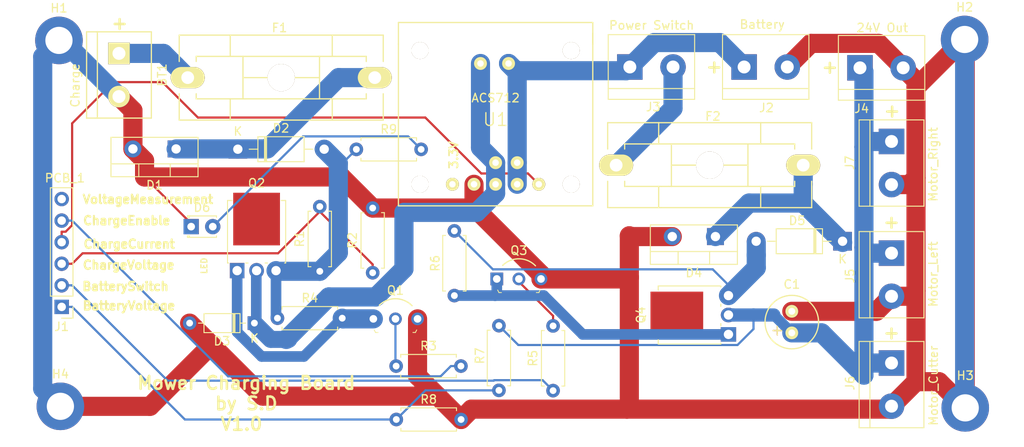
<source format=kicad_pcb>
(kicad_pcb (version 20171130) (host pcbnew "(5.1.9)-1")

  (general
    (thickness 1.6)
    (drawings 18)
    (tracks 203)
    (zones 0)
    (modules 35)
    (nets 23)
  )

  (page A4)
  (layers
    (0 F.Cu signal)
    (31 B.Cu signal)
    (32 B.Adhes user)
    (33 F.Adhes user)
    (34 B.Paste user)
    (35 F.Paste user)
    (36 B.SilkS user)
    (37 F.SilkS user)
    (38 B.Mask user)
    (39 F.Mask user)
    (40 Dwgs.User user)
    (41 Cmts.User user)
    (42 Eco1.User user)
    (43 Eco2.User user)
    (44 Edge.Cuts user)
    (45 Margin user)
    (46 B.CrtYd user)
    (47 F.CrtYd user)
    (48 B.Fab user)
    (49 F.Fab user)
  )

  (setup
    (last_trace_width 2.25)
    (user_trace_width 1.25)
    (user_trace_width 2.25)
    (trace_clearance 0.254)
    (zone_clearance 0.508)
    (zone_45_only no)
    (trace_min 0.2)
    (via_size 0.8)
    (via_drill 0.4)
    (via_min_size 0.4)
    (via_min_drill 0.3)
    (uvia_size 0.3)
    (uvia_drill 0.1)
    (uvias_allowed no)
    (uvia_min_size 0.2)
    (uvia_min_drill 0.1)
    (edge_width 0.05)
    (segment_width 0.2)
    (pcb_text_width 0.3)
    (pcb_text_size 1.5 1.5)
    (mod_edge_width 0.12)
    (mod_text_size 1 1)
    (mod_text_width 0.15)
    (pad_size 4.7 4.7)
    (pad_drill 2.7)
    (pad_to_mask_clearance 0)
    (aux_axis_origin 0 0)
    (visible_elements 7FFFFFFF)
    (pcbplotparams
      (layerselection 0x010fc_ffffffff)
      (usegerberextensions false)
      (usegerberattributes true)
      (usegerberadvancedattributes true)
      (creategerberjobfile true)
      (excludeedgelayer true)
      (linewidth 0.100000)
      (plotframeref false)
      (viasonmask false)
      (mode 1)
      (useauxorigin false)
      (hpglpennumber 1)
      (hpglpenspeed 20)
      (hpglpendiameter 15.000000)
      (psnegative false)
      (psa4output false)
      (plotreference true)
      (plotvalue true)
      (plotinvisibletext false)
      (padsonsilk false)
      (subtractmaskfromsilk false)
      (outputformat 1)
      (mirror false)
      (drillshape 0)
      (scaleselection 1)
      (outputdirectory "GerberCharging/"))
  )

  (net 0 "")
  (net 1 GND)
  (net 2 "Net-(BT1-Pad1)")
  (net 3 "Net-(C1-Pad1)")
  (net 4 "Net-(D1-Pad1)")
  (net 5 "Net-(D2-Pad2)")
  (net 6 "Net-(D3-Pad1)")
  (net 7 "Net-(D4-Pad1)")
  (net 8 "Net-(D5-Pad2)")
  (net 9 "Net-(F2-Pad1)")
  (net 10 pinVoltageMeasurement)
  (net 11 pinChargeEnable)
  (net 12 pinChargeCurrent)
  (net 13 pinChargeVoltage)
  (net 14 pinBatterySwitch)
  (net 15 pinBatteryVoltage)
  (net 16 "Net-(J2-Pad1)")
  (net 17 "Net-(Q1-Pad1)")
  (net 18 "Net-(Q1-Pad2)")
  (net 19 "Net-(Q3-Pad1)")
  (net 20 "Net-(Q3-Pad2)")
  (net 21 +3V3)
  (net 22 "Net-(D6-Pad2)")

  (net_class Default "Dies ist die voreingestellte Netzklasse."
    (clearance 0.254)
    (trace_width 0.254)
    (via_dia 0.8)
    (via_drill 0.4)
    (uvia_dia 0.3)
    (uvia_drill 0.1)
    (diff_pair_width 0.254)
    (diff_pair_gap 0.254)
    (add_net +3V3)
    (add_net GND)
    (add_net "Net-(BT1-Pad1)")
    (add_net "Net-(C1-Pad1)")
    (add_net "Net-(D1-Pad1)")
    (add_net "Net-(D2-Pad2)")
    (add_net "Net-(D3-Pad1)")
    (add_net "Net-(D4-Pad1)")
    (add_net "Net-(D5-Pad2)")
    (add_net "Net-(D6-Pad2)")
    (add_net "Net-(F2-Pad1)")
    (add_net "Net-(J2-Pad1)")
    (add_net "Net-(Q1-Pad1)")
    (add_net "Net-(Q1-Pad2)")
    (add_net "Net-(Q3-Pad1)")
    (add_net "Net-(Q3-Pad2)")
    (add_net pinBatterySwitch)
    (add_net pinBatteryVoltage)
    (add_net pinChargeCurrent)
    (add_net pinChargeEnable)
    (add_net pinChargeVoltage)
    (add_net pinVoltageMeasurement)
  )

  (net_class +24V ""
    (clearance 0.55)
    (trace_width 1.5)
    (via_dia 0.8)
    (via_drill 0.4)
    (uvia_dia 0.3)
    (uvia_drill 0.1)
    (diff_pair_width 0.55)
    (diff_pair_gap 1.5)
  )

  (net_class +3V ""
    (clearance 0.254)
    (trace_width 0.5)
    (via_dia 0.8)
    (via_drill 0.4)
    (uvia_dia 0.3)
    (uvia_drill 0.1)
    (diff_pair_width 0.5)
    (diff_pair_gap 0.5)
  )

  (module MountingHole:MountingHole_3.2mm_M3_DIN965_Pad_TopBottom (layer F.Cu) (tedit 56D1B4CB) (tstamp 60731518)
    (at 179.61 107.83)
    (descr "Mounting Hole 3.2mm, M3, DIN965")
    (tags "mounting hole 3.2mm m3 din965")
    (path /6073E1F7)
    (attr virtual)
    (fp_text reference H2 (at 0 -3.8) (layer F.SilkS)
      (effects (font (size 1 1) (thickness 0.15)))
    )
    (fp_text value MountingHole_Pad (at 0 3.8) (layer F.Fab)
      (effects (font (size 1 1) (thickness 0.15)))
    )
    (fp_text user %R (at 0.3 0) (layer F.Fab)
      (effects (font (size 1 1) (thickness 0.15)))
    )
    (fp_circle (center 0 0) (end 2.8 0) (layer Cmts.User) (width 0.15))
    (fp_circle (center 0 0) (end 3.05 0) (layer F.CrtYd) (width 0.05))
    (pad 1 connect circle (at 0 0) (size 5.6 5.6) (layers B.Cu B.Mask)
      (net 1 GND))
    (pad 1 connect circle (at 0 0) (size 5.6 5.6) (layers F.Cu F.Mask)
      (net 1 GND))
    (pad 1 thru_hole circle (at 0 0) (size 3.6 3.6) (drill 3.2) (layers *.Cu *.Mask)
      (net 1 GND))
  )

  (module MountingHole:MountingHole_3.2mm_M3_DIN965_Pad_TopBottom (layer F.Cu) (tedit 56D1B4CB) (tstamp 6073152C)
    (at 73.25 151.03)
    (descr "Mounting Hole 3.2mm, M3, DIN965")
    (tags "mounting hole 3.2mm m3 din965")
    (path /6073E5C5)
    (attr virtual)
    (fp_text reference H4 (at 0 -3.8) (layer F.SilkS)
      (effects (font (size 1 1) (thickness 0.15)))
    )
    (fp_text value MountingHole_Pad (at 0 3.8) (layer F.Fab)
      (effects (font (size 1 1) (thickness 0.15)))
    )
    (fp_text user %R (at 0.3 0) (layer F.Fab)
      (effects (font (size 1 1) (thickness 0.15)))
    )
    (fp_circle (center 0 0) (end 2.8 0) (layer Cmts.User) (width 0.15))
    (fp_circle (center 0 0) (end 3.05 0) (layer F.CrtYd) (width 0.05))
    (pad 1 connect circle (at 0 0) (size 5.6 5.6) (layers B.Cu B.Mask)
      (net 1 GND))
    (pad 1 connect circle (at 0 0) (size 5.6 5.6) (layers F.Cu F.Mask)
      (net 1 GND))
    (pad 1 thru_hole circle (at 0 0) (size 3.6 3.6) (drill 3.2) (layers *.Cu *.Mask)
      (net 1 GND))
  )

  (module MountingHole:MountingHole_3.2mm_M3_DIN965_Pad_TopBottom (layer F.Cu) (tedit 56D1B4CB) (tstamp 60731522)
    (at 179.68 151.21)
    (descr "Mounting Hole 3.2mm, M3, DIN965")
    (tags "mounting hole 3.2mm m3 din965")
    (path /6073E399)
    (attr virtual)
    (fp_text reference H3 (at 0 -3.8) (layer F.SilkS)
      (effects (font (size 1 1) (thickness 0.15)))
    )
    (fp_text value MountingHole_Pad (at 0 3.8) (layer F.Fab)
      (effects (font (size 1 1) (thickness 0.15)))
    )
    (fp_text user %R (at 0.3 0) (layer F.Fab)
      (effects (font (size 1 1) (thickness 0.15)))
    )
    (fp_circle (center 0 0) (end 2.8 0) (layer Cmts.User) (width 0.15))
    (fp_circle (center 0 0) (end 3.05 0) (layer F.CrtYd) (width 0.05))
    (pad 1 connect circle (at 0 0) (size 5.6 5.6) (layers B.Cu B.Mask)
      (net 1 GND))
    (pad 1 connect circle (at 0 0) (size 5.6 5.6) (layers F.Cu F.Mask)
      (net 1 GND))
    (pad 1 thru_hole circle (at 0 0) (size 3.6 3.6) (drill 3.2) (layers *.Cu *.Mask)
      (net 1 GND))
  )

  (module MountingHole:MountingHole_3.2mm_M3_DIN965_Pad_TopBottom (layer F.Cu) (tedit 56D1B4CB) (tstamp 6073150E)
    (at 73.08 107.94)
    (descr "Mounting Hole 3.2mm, M3, DIN965")
    (tags "mounting hole 3.2mm m3 din965")
    (path /6073B4AE)
    (attr virtual)
    (fp_text reference H1 (at 0 -3.8) (layer F.SilkS)
      (effects (font (size 1 1) (thickness 0.15)))
    )
    (fp_text value MountingHole_Pad (at 0 3.8) (layer F.Fab)
      (effects (font (size 1 1) (thickness 0.15)))
    )
    (fp_text user %R (at 0.3 0) (layer F.Fab)
      (effects (font (size 1 1) (thickness 0.15)))
    )
    (fp_circle (center 0 0) (end 2.8 0) (layer Cmts.User) (width 0.15))
    (fp_circle (center 0 0) (end 3.05 0) (layer F.CrtYd) (width 0.05))
    (pad 1 connect circle (at 0 0) (size 5.6 5.6) (layers B.Cu B.Mask)
      (net 1 GND))
    (pad 1 connect circle (at 0 0) (size 5.6 5.6) (layers F.Cu F.Mask)
      (net 1 GND))
    (pad 1 thru_hole circle (at 0 0) (size 3.6 3.6) (drill 3.2) (layers *.Cu *.Mask)
      (net 1 GND))
  )

  (module LED_THT:LED_D1.8mm_W3.3mm_H2.4mm (layer F.Cu) (tedit 5880A862) (tstamp 60731407)
    (at 88.63 129.87)
    (descr "LED, Round,  Rectangular size 3.3x2.4mm^2 diameter 1.8mm, 2 pins")
    (tags "LED Round  Rectangular size 3.3x2.4mm^2 diameter 1.8mm 2 pins")
    (path /6073C265)
    (fp_text reference D6 (at 1.27 -2.26) (layer F.SilkS)
      (effects (font (size 1 1) (thickness 0.15)))
    )
    (fp_text value LED (at 1.53 4.61 90) (layer F.SilkS)
      (effects (font (size 0.7 0.7) (thickness 0.15)))
    )
    (fp_line (start 3.7 -1.55) (end -1.15 -1.55) (layer F.CrtYd) (width 0.05))
    (fp_line (start 3.7 1.55) (end 3.7 -1.55) (layer F.CrtYd) (width 0.05))
    (fp_line (start -1.15 1.55) (end 3.7 1.55) (layer F.CrtYd) (width 0.05))
    (fp_line (start -1.15 -1.55) (end -1.15 1.55) (layer F.CrtYd) (width 0.05))
    (fp_line (start -0.2 1.08) (end -0.2 1.26) (layer F.SilkS) (width 0.12))
    (fp_line (start -0.2 -1.26) (end -0.2 -1.08) (layer F.SilkS) (width 0.12))
    (fp_line (start -0.32 1.08) (end -0.32 1.26) (layer F.SilkS) (width 0.12))
    (fp_line (start -0.32 -1.26) (end -0.32 -1.08) (layer F.SilkS) (width 0.12))
    (fp_line (start 2.98 1.095) (end 2.98 1.26) (layer F.SilkS) (width 0.12))
    (fp_line (start 2.98 -1.26) (end 2.98 -1.095) (layer F.SilkS) (width 0.12))
    (fp_line (start -0.44 1.08) (end -0.44 1.26) (layer F.SilkS) (width 0.12))
    (fp_line (start -0.44 -1.26) (end -0.44 -1.08) (layer F.SilkS) (width 0.12))
    (fp_line (start -0.44 1.26) (end 2.98 1.26) (layer F.SilkS) (width 0.12))
    (fp_line (start -0.44 -1.26) (end 2.98 -1.26) (layer F.SilkS) (width 0.12))
    (fp_line (start 2.92 -1.2) (end -0.38 -1.2) (layer F.Fab) (width 0.1))
    (fp_line (start 2.92 1.2) (end 2.92 -1.2) (layer F.Fab) (width 0.1))
    (fp_line (start -0.38 1.2) (end 2.92 1.2) (layer F.Fab) (width 0.1))
    (fp_line (start -0.38 -1.2) (end -0.38 1.2) (layer F.Fab) (width 0.1))
    (fp_circle (center 1.27 0) (end 2.17 0) (layer F.Fab) (width 0.1))
    (pad 2 thru_hole circle (at 2.54 0) (size 1.8 1.8) (drill 0.9) (layers *.Cu *.Mask)
      (net 22 "Net-(D6-Pad2)"))
    (pad 1 thru_hole rect (at 0 0) (size 1.8 1.8) (drill 0.9) (layers *.Cu *.Mask)
      (net 1 GND))
    (model ${KISYS3DMOD}/LED_THT.3dshapes/LED_D1.8mm_W3.3mm_H2.4mm.wrl
      (at (xyz 0 0 0))
      (scale (xyz 1 1 1))
      (rotate (xyz 0 0 0))
    )
  )

  (module Resistor_THT:R_Axial_DIN0207_L6.3mm_D2.5mm_P7.62mm_Horizontal (layer F.Cu) (tedit 5AE5139B) (tstamp 60730A9B)
    (at 108.06 120.77)
    (descr "Resistor, Axial_DIN0207 series, Axial, Horizontal, pin pitch=7.62mm, 0.25W = 1/4W, length*diameter=6.3*2.5mm^2, http://cdn-reichelt.de/documents/datenblatt/B400/1_4W%23YAG.pdf")
    (tags "Resistor Axial_DIN0207 series Axial Horizontal pin pitch 7.62mm 0.25W = 1/4W length 6.3mm diameter 2.5mm")
    (path /60730CD6)
    (fp_text reference R9 (at 3.81 -2.37) (layer F.SilkS)
      (effects (font (size 1 1) (thickness 0.15)))
    )
    (fp_text value 4.7kO (at 3.81 2.37) (layer F.Fab)
      (effects (font (size 1 1) (thickness 0.15)))
    )
    (fp_line (start 8.67 -1.5) (end -1.05 -1.5) (layer F.CrtYd) (width 0.05))
    (fp_line (start 8.67 1.5) (end 8.67 -1.5) (layer F.CrtYd) (width 0.05))
    (fp_line (start -1.05 1.5) (end 8.67 1.5) (layer F.CrtYd) (width 0.05))
    (fp_line (start -1.05 -1.5) (end -1.05 1.5) (layer F.CrtYd) (width 0.05))
    (fp_line (start 7.08 1.37) (end 7.08 1.04) (layer F.SilkS) (width 0.12))
    (fp_line (start 0.54 1.37) (end 7.08 1.37) (layer F.SilkS) (width 0.12))
    (fp_line (start 0.54 1.04) (end 0.54 1.37) (layer F.SilkS) (width 0.12))
    (fp_line (start 7.08 -1.37) (end 7.08 -1.04) (layer F.SilkS) (width 0.12))
    (fp_line (start 0.54 -1.37) (end 7.08 -1.37) (layer F.SilkS) (width 0.12))
    (fp_line (start 0.54 -1.04) (end 0.54 -1.37) (layer F.SilkS) (width 0.12))
    (fp_line (start 7.62 0) (end 6.96 0) (layer F.Fab) (width 0.1))
    (fp_line (start 0 0) (end 0.66 0) (layer F.Fab) (width 0.1))
    (fp_line (start 6.96 -1.25) (end 0.66 -1.25) (layer F.Fab) (width 0.1))
    (fp_line (start 6.96 1.25) (end 6.96 -1.25) (layer F.Fab) (width 0.1))
    (fp_line (start 0.66 1.25) (end 6.96 1.25) (layer F.Fab) (width 0.1))
    (fp_line (start 0.66 -1.25) (end 0.66 1.25) (layer F.Fab) (width 0.1))
    (fp_text user %R (at 3.81 0) (layer F.Fab)
      (effects (font (size 1 1) (thickness 0.15)))
    )
    (pad 2 thru_hole oval (at 7.62 0) (size 1.6 1.6) (drill 0.8) (layers *.Cu *.Mask)
      (net 22 "Net-(D6-Pad2)"))
    (pad 1 thru_hole circle (at 0 0) (size 1.6 1.6) (drill 0.8) (layers *.Cu *.Mask)
      (net 5 "Net-(D2-Pad2)"))
    (model ${KISYS3DMOD}/Resistor_THT.3dshapes/R_Axial_DIN0207_L6.3mm_D2.5mm_P7.62mm_Horizontal.wrl
      (at (xyz 0 0 0))
      (scale (xyz 1 1 1))
      (rotate (xyz 0 0 0))
    )
  )

  (module Zimprich:INA169_mit_Pinnummern (layer F.Cu) (tedit 57322366) (tstamp 607206F3)
    (at 124.44 117.26)
    (path /60718D60)
    (fp_text reference U1 (at 0 0 180) (layer F.SilkS)
      (effects (font (size 1.5 1.5) (thickness 0.15)))
    )
    (fp_text value ACS712 (at 0 -2.54 180) (layer F.SilkS)
      (effects (font (size 1 1) (thickness 0.15)))
    )
    (fp_line (start 11.43 10.16) (end -11.43 10.16) (layer F.SilkS) (width 0.15))
    (fp_line (start -11.43 -8.89) (end -11.43 -11.43) (layer F.SilkS) (width 0.15))
    (fp_line (start -11.43 -11.43) (end 11.43 -11.43) (layer F.SilkS) (width 0.15))
    (fp_line (start 11.43 -11.43) (end 11.43 -8.89) (layer F.SilkS) (width 0.15))
    (fp_line (start 11.43 -8.89) (end 11.43 -10.16) (layer F.SilkS) (width 0.15))
    (fp_line (start 11.43 10.16) (end 11.43 -8.89) (layer F.SilkS) (width 0.15))
    (fp_line (start -11.43 -8.89) (end -11.43 10.16) (layer F.SilkS) (width 0.15))
    (pad 4 thru_hole circle (at 2.54 5.08) (size 1.524 1.524) (drill 0.762) (layers *.Cu *.Mask F.SilkS)
      (net 16 "Net-(J2-Pad1)"))
    (pad 5 thru_hole circle (at 0 5.08) (size 1.524 1.524) (drill 0.762) (layers *.Cu *.Mask F.SilkS)
      (net 6 "Net-(D3-Pad1)"))
    (pad 5 thru_hole circle (at 0 7.62) (size 1.524 1.524) (drill 0.762) (layers *.Cu *.Mask F.SilkS)
      (net 6 "Net-(D3-Pad1)"))
    (pad 4 thru_hole circle (at 2.54 7.62) (size 1.524 1.524) (drill 0.762) (layers *.Cu *.Mask F.SilkS)
      (net 16 "Net-(J2-Pad1)"))
    (pad "" thru_hole circle (at 8.89 -8.128) (size 2 2) (drill 2) (layers *.Cu *.Mask F.SilkS))
    (pad "" thru_hole circle (at -8.89 -8.128) (size 2 2) (drill 2) (layers *.Cu *.Mask F.SilkS))
    (pad "" thru_hole circle (at 8.89 7.62) (size 2 2) (drill 2) (layers *.Cu *.Mask F.SilkS))
    (pad "" thru_hole circle (at -8.89 7.62) (size 2 2) (drill 2) (layers *.Cu *.Mask F.SilkS))
    (pad 4 thru_hole circle (at 1.524 -6.604) (size 1.524 1.524) (drill 0.762) (layers *.Cu *.Mask F.SilkS)
      (net 16 "Net-(J2-Pad1)"))
    (pad 5 thru_hole circle (at -1.778 -6.604) (size 1.524 1.524) (drill 0.762) (layers *.Cu *.Mask F.SilkS)
      (net 6 "Net-(D3-Pad1)"))
    (pad 3 thru_hole circle (at 5.08 7.62) (size 1.524 1.524) (drill 0.762) (layers *.Cu *.Mask F.SilkS)
      (net 12 pinChargeCurrent))
    (pad 1 thru_hole circle (at -5.08 7.62) (size 1.524 1.524) (drill 0.762) (layers *.Cu *.Mask F.SilkS)
      (net 21 +3V3))
    (pad 2 thru_hole circle (at -2.54 7.62) (size 1.524 1.524) (drill 0.762) (layers *.Cu *.Mask F.SilkS)
      (net 1 GND))
    (model ${KISYS3DMOD}/Socket_Strips.3dshapes/Socket_Strip_Straight_1x05.wrl
      (offset (xyz 0 -7.619999885559082 0))
      (scale (xyz 1 1 1))
      (rotate (xyz 0 0 0))
    )
    (model ${KISYS3DMOD}/Socket_Strips.3dshapes/Socket_Strip_Straight_1x02.wrl
      (offset (xyz 1.269999980926514 -5.079999923706055 0))
      (scale (xyz 1 1 1))
      (rotate (xyz 0 0 0))
    )
    (model ${KISYS3DMOD}/Socket_Strips.3dshapes/Socket_Strip_Straight_1x01.wrl
      (offset (xyz -1.777999973297119 6.349999904632568 0))
      (scale (xyz 1 1 1))
      (rotate (xyz 0 0 0))
    )
    (model ${KISYS3DMOD}/Socket_Strips.3dshapes/Socket_Strip_Straight_1x01.wrl
      (offset (xyz 1.523999977111816 6.349999904632568 0))
      (scale (xyz 1 1 1))
      (rotate (xyz 0 0 0))
    )
  )

  (module Resistor_THT:R_Axial_DIN0207_L6.3mm_D2.5mm_P7.62mm_Horizontal (layer F.Cu) (tedit 5AE5139B) (tstamp 607206DB)
    (at 112.76 152.58)
    (descr "Resistor, Axial_DIN0207 series, Axial, Horizontal, pin pitch=7.62mm, 0.25W = 1/4W, length*diameter=6.3*2.5mm^2, http://cdn-reichelt.de/documents/datenblatt/B400/1_4W%23YAG.pdf")
    (tags "Resistor Axial_DIN0207 series Axial Horizontal pin pitch 7.62mm 0.25W = 1/4W length 6.3mm diameter 2.5mm")
    (path /6075CAE4)
    (fp_text reference R8 (at 3.81 -2.37) (layer F.SilkS)
      (effects (font (size 1 1) (thickness 0.15)))
    )
    (fp_text value 10k (at 10.57 0.91) (layer F.Fab)
      (effects (font (size 1 1) (thickness 0.15)))
    )
    (fp_line (start 0.66 -1.25) (end 0.66 1.25) (layer F.Fab) (width 0.1))
    (fp_line (start 0.66 1.25) (end 6.96 1.25) (layer F.Fab) (width 0.1))
    (fp_line (start 6.96 1.25) (end 6.96 -1.25) (layer F.Fab) (width 0.1))
    (fp_line (start 6.96 -1.25) (end 0.66 -1.25) (layer F.Fab) (width 0.1))
    (fp_line (start 0 0) (end 0.66 0) (layer F.Fab) (width 0.1))
    (fp_line (start 7.62 0) (end 6.96 0) (layer F.Fab) (width 0.1))
    (fp_line (start 0.54 -1.04) (end 0.54 -1.37) (layer F.SilkS) (width 0.12))
    (fp_line (start 0.54 -1.37) (end 7.08 -1.37) (layer F.SilkS) (width 0.12))
    (fp_line (start 7.08 -1.37) (end 7.08 -1.04) (layer F.SilkS) (width 0.12))
    (fp_line (start 0.54 1.04) (end 0.54 1.37) (layer F.SilkS) (width 0.12))
    (fp_line (start 0.54 1.37) (end 7.08 1.37) (layer F.SilkS) (width 0.12))
    (fp_line (start 7.08 1.37) (end 7.08 1.04) (layer F.SilkS) (width 0.12))
    (fp_line (start -1.05 -1.5) (end -1.05 1.5) (layer F.CrtYd) (width 0.05))
    (fp_line (start -1.05 1.5) (end 8.67 1.5) (layer F.CrtYd) (width 0.05))
    (fp_line (start 8.67 1.5) (end 8.67 -1.5) (layer F.CrtYd) (width 0.05))
    (fp_line (start 8.67 -1.5) (end -1.05 -1.5) (layer F.CrtYd) (width 0.05))
    (fp_text user %R (at 3.81 0) (layer F.Fab)
      (effects (font (size 1 1) (thickness 0.15)))
    )
    (pad 2 thru_hole oval (at 7.62 0) (size 1.6 1.6) (drill 0.8) (layers *.Cu *.Mask)
      (net 1 GND))
    (pad 1 thru_hole circle (at 0 0) (size 1.6 1.6) (drill 0.8) (layers *.Cu *.Mask)
      (net 15 pinBatteryVoltage))
    (model ${KISYS3DMOD}/Resistor_THT.3dshapes/R_Axial_DIN0207_L6.3mm_D2.5mm_P7.62mm_Horizontal.wrl
      (at (xyz 0 0 0))
      (scale (xyz 1 1 1))
      (rotate (xyz 0 0 0))
    )
  )

  (module Resistor_THT:R_Axial_DIN0207_L6.3mm_D2.5mm_P7.62mm_Horizontal (layer F.Cu) (tedit 5AE5139B) (tstamp 607206C4)
    (at 124.83 141.53 270)
    (descr "Resistor, Axial_DIN0207 series, Axial, Horizontal, pin pitch=7.62mm, 0.25W = 1/4W, length*diameter=6.3*2.5mm^2, http://cdn-reichelt.de/documents/datenblatt/B400/1_4W%23YAG.pdf")
    (tags "Resistor Axial_DIN0207 series Axial Horizontal pin pitch 7.62mm 0.25W = 1/4W length 6.3mm diameter 2.5mm")
    (path /6075C810)
    (fp_text reference R7 (at 3.55 2.24 90) (layer F.SilkS)
      (effects (font (size 1 1) (thickness 0.15)))
    )
    (fp_text value 100k (at 4.15 -2.37 90) (layer F.Fab)
      (effects (font (size 1 1) (thickness 0.15)))
    )
    (fp_line (start 0.66 -1.25) (end 0.66 1.25) (layer F.Fab) (width 0.1))
    (fp_line (start 0.66 1.25) (end 6.96 1.25) (layer F.Fab) (width 0.1))
    (fp_line (start 6.96 1.25) (end 6.96 -1.25) (layer F.Fab) (width 0.1))
    (fp_line (start 6.96 -1.25) (end 0.66 -1.25) (layer F.Fab) (width 0.1))
    (fp_line (start 0 0) (end 0.66 0) (layer F.Fab) (width 0.1))
    (fp_line (start 7.62 0) (end 6.96 0) (layer F.Fab) (width 0.1))
    (fp_line (start 0.54 -1.04) (end 0.54 -1.37) (layer F.SilkS) (width 0.12))
    (fp_line (start 0.54 -1.37) (end 7.08 -1.37) (layer F.SilkS) (width 0.12))
    (fp_line (start 7.08 -1.37) (end 7.08 -1.04) (layer F.SilkS) (width 0.12))
    (fp_line (start 0.54 1.04) (end 0.54 1.37) (layer F.SilkS) (width 0.12))
    (fp_line (start 0.54 1.37) (end 7.08 1.37) (layer F.SilkS) (width 0.12))
    (fp_line (start 7.08 1.37) (end 7.08 1.04) (layer F.SilkS) (width 0.12))
    (fp_line (start -1.05 -1.5) (end -1.05 1.5) (layer F.CrtYd) (width 0.05))
    (fp_line (start -1.05 1.5) (end 8.67 1.5) (layer F.CrtYd) (width 0.05))
    (fp_line (start 8.67 1.5) (end 8.67 -1.5) (layer F.CrtYd) (width 0.05))
    (fp_line (start 8.67 -1.5) (end -1.05 -1.5) (layer F.CrtYd) (width 0.05))
    (fp_text user %R (at 3.81 0 90) (layer F.Fab)
      (effects (font (size 1 1) (thickness 0.15)))
    )
    (pad 2 thru_hole oval (at 7.62 0 270) (size 1.6 1.6) (drill 0.8) (layers *.Cu *.Mask)
      (net 15 pinBatteryVoltage))
    (pad 1 thru_hole circle (at 0 0 270) (size 1.6 1.6) (drill 0.8) (layers *.Cu *.Mask)
      (net 3 "Net-(C1-Pad1)"))
    (model ${KISYS3DMOD}/Resistor_THT.3dshapes/R_Axial_DIN0207_L6.3mm_D2.5mm_P7.62mm_Horizontal.wrl
      (at (xyz 0 0 0))
      (scale (xyz 1 1 1))
      (rotate (xyz 0 0 0))
    )
  )

  (module Resistor_THT:R_Axial_DIN0207_L6.3mm_D2.5mm_P7.62mm_Horizontal (layer F.Cu) (tedit 5AE5139B) (tstamp 607206AD)
    (at 119.59 130.37 270)
    (descr "Resistor, Axial_DIN0207 series, Axial, Horizontal, pin pitch=7.62mm, 0.25W = 1/4W, length*diameter=6.3*2.5mm^2, http://cdn-reichelt.de/documents/datenblatt/B400/1_4W%23YAG.pdf")
    (tags "Resistor Axial_DIN0207 series Axial Horizontal pin pitch 7.62mm 0.25W = 1/4W length 6.3mm diameter 2.5mm")
    (path /60740775)
    (fp_text reference R6 (at 3.82 2.26 90) (layer F.SilkS)
      (effects (font (size 1 1) (thickness 0.15)))
    )
    (fp_text value 4k7 (at 3.82 -2.4 90) (layer F.Fab)
      (effects (font (size 1 1) (thickness 0.15)))
    )
    (fp_line (start 0.66 -1.25) (end 0.66 1.25) (layer F.Fab) (width 0.1))
    (fp_line (start 0.66 1.25) (end 6.96 1.25) (layer F.Fab) (width 0.1))
    (fp_line (start 6.96 1.25) (end 6.96 -1.25) (layer F.Fab) (width 0.1))
    (fp_line (start 6.96 -1.25) (end 0.66 -1.25) (layer F.Fab) (width 0.1))
    (fp_line (start 0 0) (end 0.66 0) (layer F.Fab) (width 0.1))
    (fp_line (start 7.62 0) (end 6.96 0) (layer F.Fab) (width 0.1))
    (fp_line (start 0.54 -1.04) (end 0.54 -1.37) (layer F.SilkS) (width 0.12))
    (fp_line (start 0.54 -1.37) (end 7.08 -1.37) (layer F.SilkS) (width 0.12))
    (fp_line (start 7.08 -1.37) (end 7.08 -1.04) (layer F.SilkS) (width 0.12))
    (fp_line (start 0.54 1.04) (end 0.54 1.37) (layer F.SilkS) (width 0.12))
    (fp_line (start 0.54 1.37) (end 7.08 1.37) (layer F.SilkS) (width 0.12))
    (fp_line (start 7.08 1.37) (end 7.08 1.04) (layer F.SilkS) (width 0.12))
    (fp_line (start -1.05 -1.5) (end -1.05 1.5) (layer F.CrtYd) (width 0.05))
    (fp_line (start -1.05 1.5) (end 8.67 1.5) (layer F.CrtYd) (width 0.05))
    (fp_line (start 8.67 1.5) (end 8.67 -1.5) (layer F.CrtYd) (width 0.05))
    (fp_line (start 8.67 -1.5) (end -1.05 -1.5) (layer F.CrtYd) (width 0.05))
    (fp_text user %R (at 3.81 0 90) (layer F.Fab)
      (effects (font (size 1 1) (thickness 0.15)))
    )
    (pad 2 thru_hole oval (at 7.62 0 270) (size 1.6 1.6) (drill 0.8) (layers *.Cu *.Mask)
      (net 19 "Net-(Q3-Pad1)"))
    (pad 1 thru_hole circle (at 0 0 270) (size 1.6 1.6) (drill 0.8) (layers *.Cu *.Mask)
      (net 8 "Net-(D5-Pad2)"))
    (model ${KISYS3DMOD}/Resistor_THT.3dshapes/R_Axial_DIN0207_L6.3mm_D2.5mm_P7.62mm_Horizontal.wrl
      (at (xyz 0 0 0))
      (scale (xyz 1 1 1))
      (rotate (xyz 0 0 0))
    )
  )

  (module Resistor_THT:R_Axial_DIN0207_L6.3mm_D2.5mm_P7.62mm_Horizontal (layer F.Cu) (tedit 5AE5139B) (tstamp 60720696)
    (at 131.2 149.18 90)
    (descr "Resistor, Axial_DIN0207 series, Axial, Horizontal, pin pitch=7.62mm, 0.25W = 1/4W, length*diameter=6.3*2.5mm^2, http://cdn-reichelt.de/documents/datenblatt/B400/1_4W%23YAG.pdf")
    (tags "Resistor Axial_DIN0207 series Axial Horizontal pin pitch 7.62mm 0.25W = 1/4W length 6.3mm diameter 2.5mm")
    (path /6073CDAC)
    (fp_text reference R5 (at 3.81 -2.37 90) (layer F.SilkS)
      (effects (font (size 1 1) (thickness 0.15)))
    )
    (fp_text value 4k7 (at 3.81 2.37 90) (layer F.Fab)
      (effects (font (size 1 1) (thickness 0.15)))
    )
    (fp_line (start 0.66 -1.25) (end 0.66 1.25) (layer F.Fab) (width 0.1))
    (fp_line (start 0.66 1.25) (end 6.96 1.25) (layer F.Fab) (width 0.1))
    (fp_line (start 6.96 1.25) (end 6.96 -1.25) (layer F.Fab) (width 0.1))
    (fp_line (start 6.96 -1.25) (end 0.66 -1.25) (layer F.Fab) (width 0.1))
    (fp_line (start 0 0) (end 0.66 0) (layer F.Fab) (width 0.1))
    (fp_line (start 7.62 0) (end 6.96 0) (layer F.Fab) (width 0.1))
    (fp_line (start 0.54 -1.04) (end 0.54 -1.37) (layer F.SilkS) (width 0.12))
    (fp_line (start 0.54 -1.37) (end 7.08 -1.37) (layer F.SilkS) (width 0.12))
    (fp_line (start 7.08 -1.37) (end 7.08 -1.04) (layer F.SilkS) (width 0.12))
    (fp_line (start 0.54 1.04) (end 0.54 1.37) (layer F.SilkS) (width 0.12))
    (fp_line (start 0.54 1.37) (end 7.08 1.37) (layer F.SilkS) (width 0.12))
    (fp_line (start 7.08 1.37) (end 7.08 1.04) (layer F.SilkS) (width 0.12))
    (fp_line (start -1.05 -1.5) (end -1.05 1.5) (layer F.CrtYd) (width 0.05))
    (fp_line (start -1.05 1.5) (end 8.67 1.5) (layer F.CrtYd) (width 0.05))
    (fp_line (start 8.67 1.5) (end 8.67 -1.5) (layer F.CrtYd) (width 0.05))
    (fp_line (start 8.67 -1.5) (end -1.05 -1.5) (layer F.CrtYd) (width 0.05))
    (fp_text user %R (at 3.81 0 90) (layer F.Fab)
      (effects (font (size 1 1) (thickness 0.15)))
    )
    (pad 2 thru_hole oval (at 7.62 0 90) (size 1.6 1.6) (drill 0.8) (layers *.Cu *.Mask)
      (net 20 "Net-(Q3-Pad2)"))
    (pad 1 thru_hole circle (at 0 0 90) (size 1.6 1.6) (drill 0.8) (layers *.Cu *.Mask)
      (net 14 pinBatterySwitch))
    (model ${KISYS3DMOD}/Resistor_THT.3dshapes/R_Axial_DIN0207_L6.3mm_D2.5mm_P7.62mm_Horizontal.wrl
      (at (xyz 0 0 0))
      (scale (xyz 1 1 1))
      (rotate (xyz 0 0 0))
    )
  )

  (module Resistor_THT:R_Axial_DIN0207_L6.3mm_D2.5mm_P7.62mm_Horizontal (layer F.Cu) (tedit 5AE5139B) (tstamp 6072067F)
    (at 98.78 140.65)
    (descr "Resistor, Axial_DIN0207 series, Axial, Horizontal, pin pitch=7.62mm, 0.25W = 1/4W, length*diameter=6.3*2.5mm^2, http://cdn-reichelt.de/documents/datenblatt/B400/1_4W%23YAG.pdf")
    (tags "Resistor Axial_DIN0207 series Axial Horizontal pin pitch 7.62mm 0.25W = 1/4W length 6.3mm diameter 2.5mm")
    (path /60712C09)
    (fp_text reference R4 (at 3.81 -2.37) (layer F.SilkS)
      (effects (font (size 1 1) (thickness 0.15)))
    )
    (fp_text value 4k7 (at 3.81 2.37) (layer F.Fab)
      (effects (font (size 1 1) (thickness 0.15)))
    )
    (fp_line (start 0.66 -1.25) (end 0.66 1.25) (layer F.Fab) (width 0.1))
    (fp_line (start 0.66 1.25) (end 6.96 1.25) (layer F.Fab) (width 0.1))
    (fp_line (start 6.96 1.25) (end 6.96 -1.25) (layer F.Fab) (width 0.1))
    (fp_line (start 6.96 -1.25) (end 0.66 -1.25) (layer F.Fab) (width 0.1))
    (fp_line (start 0 0) (end 0.66 0) (layer F.Fab) (width 0.1))
    (fp_line (start 7.62 0) (end 6.96 0) (layer F.Fab) (width 0.1))
    (fp_line (start 0.54 -1.04) (end 0.54 -1.37) (layer F.SilkS) (width 0.12))
    (fp_line (start 0.54 -1.37) (end 7.08 -1.37) (layer F.SilkS) (width 0.12))
    (fp_line (start 7.08 -1.37) (end 7.08 -1.04) (layer F.SilkS) (width 0.12))
    (fp_line (start 0.54 1.04) (end 0.54 1.37) (layer F.SilkS) (width 0.12))
    (fp_line (start 0.54 1.37) (end 7.08 1.37) (layer F.SilkS) (width 0.12))
    (fp_line (start 7.08 1.37) (end 7.08 1.04) (layer F.SilkS) (width 0.12))
    (fp_line (start -1.05 -1.5) (end -1.05 1.5) (layer F.CrtYd) (width 0.05))
    (fp_line (start -1.05 1.5) (end 8.67 1.5) (layer F.CrtYd) (width 0.05))
    (fp_line (start 8.67 1.5) (end 8.67 -1.5) (layer F.CrtYd) (width 0.05))
    (fp_line (start 8.67 -1.5) (end -1.05 -1.5) (layer F.CrtYd) (width 0.05))
    (fp_text user %R (at 3.81 0) (layer F.Fab)
      (effects (font (size 1 1) (thickness 0.15)))
    )
    (pad 2 thru_hole oval (at 7.62 0) (size 1.6 1.6) (drill 0.8) (layers *.Cu *.Mask)
      (net 17 "Net-(Q1-Pad1)"))
    (pad 1 thru_hole circle (at 0 0) (size 1.6 1.6) (drill 0.8) (layers *.Cu *.Mask)
      (net 5 "Net-(D2-Pad2)"))
    (model ${KISYS3DMOD}/Resistor_THT.3dshapes/R_Axial_DIN0207_L6.3mm_D2.5mm_P7.62mm_Horizontal.wrl
      (at (xyz 0 0 0))
      (scale (xyz 1 1 1))
      (rotate (xyz 0 0 0))
    )
  )

  (module Resistor_THT:R_Axial_DIN0207_L6.3mm_D2.5mm_P7.62mm_Horizontal (layer F.Cu) (tedit 5AE5139B) (tstamp 60720668)
    (at 112.74 146.29)
    (descr "Resistor, Axial_DIN0207 series, Axial, Horizontal, pin pitch=7.62mm, 0.25W = 1/4W, length*diameter=6.3*2.5mm^2, http://cdn-reichelt.de/documents/datenblatt/B400/1_4W%23YAG.pdf")
    (tags "Resistor Axial_DIN0207 series Axial Horizontal pin pitch 7.62mm 0.25W = 1/4W length 6.3mm diameter 2.5mm")
    (path /60713C5E)
    (fp_text reference R3 (at 3.81 -2.37) (layer F.SilkS)
      (effects (font (size 1 1) (thickness 0.15)))
    )
    (fp_text value 4k7 (at 3.81 2.37) (layer F.Fab)
      (effects (font (size 1 1) (thickness 0.15)))
    )
    (fp_line (start 0.66 -1.25) (end 0.66 1.25) (layer F.Fab) (width 0.1))
    (fp_line (start 0.66 1.25) (end 6.96 1.25) (layer F.Fab) (width 0.1))
    (fp_line (start 6.96 1.25) (end 6.96 -1.25) (layer F.Fab) (width 0.1))
    (fp_line (start 6.96 -1.25) (end 0.66 -1.25) (layer F.Fab) (width 0.1))
    (fp_line (start 0 0) (end 0.66 0) (layer F.Fab) (width 0.1))
    (fp_line (start 7.62 0) (end 6.96 0) (layer F.Fab) (width 0.1))
    (fp_line (start 0.54 -1.04) (end 0.54 -1.37) (layer F.SilkS) (width 0.12))
    (fp_line (start 0.54 -1.37) (end 7.08 -1.37) (layer F.SilkS) (width 0.12))
    (fp_line (start 7.08 -1.37) (end 7.08 -1.04) (layer F.SilkS) (width 0.12))
    (fp_line (start 0.54 1.04) (end 0.54 1.37) (layer F.SilkS) (width 0.12))
    (fp_line (start 0.54 1.37) (end 7.08 1.37) (layer F.SilkS) (width 0.12))
    (fp_line (start 7.08 1.37) (end 7.08 1.04) (layer F.SilkS) (width 0.12))
    (fp_line (start -1.05 -1.5) (end -1.05 1.5) (layer F.CrtYd) (width 0.05))
    (fp_line (start -1.05 1.5) (end 8.67 1.5) (layer F.CrtYd) (width 0.05))
    (fp_line (start 8.67 1.5) (end 8.67 -1.5) (layer F.CrtYd) (width 0.05))
    (fp_line (start 8.67 -1.5) (end -1.05 -1.5) (layer F.CrtYd) (width 0.05))
    (fp_text user %R (at 3.81 0) (layer F.Fab)
      (effects (font (size 1 1) (thickness 0.15)))
    )
    (pad 2 thru_hole oval (at 7.62 0) (size 1.6 1.6) (drill 0.8) (layers *.Cu *.Mask)
      (net 11 pinChargeEnable))
    (pad 1 thru_hole circle (at 0 0) (size 1.6 1.6) (drill 0.8) (layers *.Cu *.Mask)
      (net 18 "Net-(Q1-Pad2)"))
    (model ${KISYS3DMOD}/Resistor_THT.3dshapes/R_Axial_DIN0207_L6.3mm_D2.5mm_P7.62mm_Horizontal.wrl
      (at (xyz 0 0 0))
      (scale (xyz 1 1 1))
      (rotate (xyz 0 0 0))
    )
  )

  (module Resistor_THT:R_Axial_DIN0207_L6.3mm_D2.5mm_P7.62mm_Horizontal (layer F.Cu) (tedit 5AE5139B) (tstamp 60720651)
    (at 109.98 135.3 90)
    (descr "Resistor, Axial_DIN0207 series, Axial, Horizontal, pin pitch=7.62mm, 0.25W = 1/4W, length*diameter=6.3*2.5mm^2, http://cdn-reichelt.de/documents/datenblatt/B400/1_4W%23YAG.pdf")
    (tags "Resistor Axial_DIN0207 series Axial Horizontal pin pitch 7.62mm 0.25W = 1/4W length 6.3mm diameter 2.5mm")
    (path /6070AC52)
    (fp_text reference R2 (at 3.81 -2.37 90) (layer F.SilkS)
      (effects (font (size 1 1) (thickness 0.15)))
    )
    (fp_text value 10k (at 3.81 2.37 90) (layer F.Fab)
      (effects (font (size 1 1) (thickness 0.15)))
    )
    (fp_line (start 0.66 -1.25) (end 0.66 1.25) (layer F.Fab) (width 0.1))
    (fp_line (start 0.66 1.25) (end 6.96 1.25) (layer F.Fab) (width 0.1))
    (fp_line (start 6.96 1.25) (end 6.96 -1.25) (layer F.Fab) (width 0.1))
    (fp_line (start 6.96 -1.25) (end 0.66 -1.25) (layer F.Fab) (width 0.1))
    (fp_line (start 0 0) (end 0.66 0) (layer F.Fab) (width 0.1))
    (fp_line (start 7.62 0) (end 6.96 0) (layer F.Fab) (width 0.1))
    (fp_line (start 0.54 -1.04) (end 0.54 -1.37) (layer F.SilkS) (width 0.12))
    (fp_line (start 0.54 -1.37) (end 7.08 -1.37) (layer F.SilkS) (width 0.12))
    (fp_line (start 7.08 -1.37) (end 7.08 -1.04) (layer F.SilkS) (width 0.12))
    (fp_line (start 0.54 1.04) (end 0.54 1.37) (layer F.SilkS) (width 0.12))
    (fp_line (start 0.54 1.37) (end 7.08 1.37) (layer F.SilkS) (width 0.12))
    (fp_line (start 7.08 1.37) (end 7.08 1.04) (layer F.SilkS) (width 0.12))
    (fp_line (start -1.05 -1.5) (end -1.05 1.5) (layer F.CrtYd) (width 0.05))
    (fp_line (start -1.05 1.5) (end 8.67 1.5) (layer F.CrtYd) (width 0.05))
    (fp_line (start 8.67 1.5) (end 8.67 -1.5) (layer F.CrtYd) (width 0.05))
    (fp_line (start 8.67 -1.5) (end -1.05 -1.5) (layer F.CrtYd) (width 0.05))
    (fp_text user %R (at 3.81 0 90) (layer F.Fab)
      (effects (font (size 1 1) (thickness 0.15)))
    )
    (pad 2 thru_hole oval (at 7.62 0 90) (size 1.6 1.6) (drill 0.8) (layers *.Cu *.Mask)
      (net 1 GND))
    (pad 1 thru_hole circle (at 0 0 90) (size 1.6 1.6) (drill 0.8) (layers *.Cu *.Mask)
      (net 13 pinChargeVoltage))
    (model ${KISYS3DMOD}/Resistor_THT.3dshapes/R_Axial_DIN0207_L6.3mm_D2.5mm_P7.62mm_Horizontal.wrl
      (at (xyz 0 0 0))
      (scale (xyz 1 1 1))
      (rotate (xyz 0 0 0))
    )
  )

  (module Resistor_THT:R_Axial_DIN0207_L6.3mm_D2.5mm_P7.62mm_Horizontal (layer F.Cu) (tedit 5AE5139B) (tstamp 6072063A)
    (at 103.76 135.13 90)
    (descr "Resistor, Axial_DIN0207 series, Axial, Horizontal, pin pitch=7.62mm, 0.25W = 1/4W, length*diameter=6.3*2.5mm^2, http://cdn-reichelt.de/documents/datenblatt/B400/1_4W%23YAG.pdf")
    (tags "Resistor Axial_DIN0207 series Axial Horizontal pin pitch 7.62mm 0.25W = 1/4W length 6.3mm diameter 2.5mm")
    (path /6070A5C5)
    (fp_text reference R1 (at 3.81 -2.37 90) (layer F.SilkS)
      (effects (font (size 1 1) (thickness 0.15)))
    )
    (fp_text value 100k (at 3.81 2.37 90) (layer F.Fab)
      (effects (font (size 1 1) (thickness 0.15)))
    )
    (fp_line (start 0.66 -1.25) (end 0.66 1.25) (layer F.Fab) (width 0.1))
    (fp_line (start 0.66 1.25) (end 6.96 1.25) (layer F.Fab) (width 0.1))
    (fp_line (start 6.96 1.25) (end 6.96 -1.25) (layer F.Fab) (width 0.1))
    (fp_line (start 6.96 -1.25) (end 0.66 -1.25) (layer F.Fab) (width 0.1))
    (fp_line (start 0 0) (end 0.66 0) (layer F.Fab) (width 0.1))
    (fp_line (start 7.62 0) (end 6.96 0) (layer F.Fab) (width 0.1))
    (fp_line (start 0.54 -1.04) (end 0.54 -1.37) (layer F.SilkS) (width 0.12))
    (fp_line (start 0.54 -1.37) (end 7.08 -1.37) (layer F.SilkS) (width 0.12))
    (fp_line (start 7.08 -1.37) (end 7.08 -1.04) (layer F.SilkS) (width 0.12))
    (fp_line (start 0.54 1.04) (end 0.54 1.37) (layer F.SilkS) (width 0.12))
    (fp_line (start 0.54 1.37) (end 7.08 1.37) (layer F.SilkS) (width 0.12))
    (fp_line (start 7.08 1.37) (end 7.08 1.04) (layer F.SilkS) (width 0.12))
    (fp_line (start -1.05 -1.5) (end -1.05 1.5) (layer F.CrtYd) (width 0.05))
    (fp_line (start -1.05 1.5) (end 8.67 1.5) (layer F.CrtYd) (width 0.05))
    (fp_line (start 8.67 1.5) (end 8.67 -1.5) (layer F.CrtYd) (width 0.05))
    (fp_line (start 8.67 -1.5) (end -1.05 -1.5) (layer F.CrtYd) (width 0.05))
    (fp_text user %R (at 3.81 0 90) (layer F.Fab)
      (effects (font (size 1 1) (thickness 0.15)))
    )
    (pad 2 thru_hole oval (at 7.62 0 90) (size 1.6 1.6) (drill 0.8) (layers *.Cu *.Mask)
      (net 13 pinChargeVoltage))
    (pad 1 thru_hole circle (at 0 0 90) (size 1.6 1.6) (drill 0.8) (layers *.Cu *.Mask)
      (net 5 "Net-(D2-Pad2)"))
    (model ${KISYS3DMOD}/Resistor_THT.3dshapes/R_Axial_DIN0207_L6.3mm_D2.5mm_P7.62mm_Horizontal.wrl
      (at (xyz 0 0 0))
      (scale (xyz 1 1 1))
      (rotate (xyz 0 0 0))
    )
  )

  (module Package_TO_SOT_THT:SIPAK-1EP_Horizontal_TabDown (layer F.Cu) (tedit 5ACC4916) (tstamp 60720623)
    (at 151.83 142.56 90)
    (descr "SIPAK, Horizontal, RM 2.286mm")
    (tags "SIPAK Horizontal RM 2.286mm")
    (path /6073F965)
    (fp_text reference Q4 (at 2.286 -10.293333 90) (layer F.SilkS)
      (effects (font (size 1 1) (thickness 0.15)))
    )
    (fp_text value "IRLB 8721" (at 2.286 1.9 90) (layer F.Fab)
      (effects (font (size 1 1) (thickness 0.15)))
    )
    (fp_line (start -0.379 -7.42) (end -0.379 -8.14) (layer F.Fab) (width 0.1))
    (fp_line (start -0.379 -8.14) (end 4.951 -8.14) (layer F.Fab) (width 0.1))
    (fp_line (start 4.951 -8.14) (end 4.951 -7.42) (layer F.Fab) (width 0.1))
    (fp_line (start 4.951 -7.42) (end -0.379 -7.42) (layer F.Fab) (width 0.1))
    (fp_line (start -1.014 -1.02) (end -1.014 -7.42) (layer F.Fab) (width 0.1))
    (fp_line (start -1.014 -7.42) (end 5.586 -7.42) (layer F.Fab) (width 0.1))
    (fp_line (start 5.586 -7.42) (end 5.586 -1.02) (layer F.Fab) (width 0.1))
    (fp_line (start 5.586 -1.02) (end -1.014 -1.02) (layer F.Fab) (width 0.1))
    (fp_line (start 0 -1.02) (end 0 0) (layer F.Fab) (width 0.1))
    (fp_line (start 2.286 -1.02) (end 2.286 0) (layer F.Fab) (width 0.1))
    (fp_line (start 4.572 -1.02) (end 4.572 0) (layer F.Fab) (width 0.1))
    (fp_line (start -1.134 -0.9) (end -1.008 -0.9) (layer F.SilkS) (width 0.12))
    (fp_line (start 1.008 -0.9) (end 1.279 -0.9) (layer F.SilkS) (width 0.12))
    (fp_line (start 3.294 -0.9) (end 3.565 -0.9) (layer F.SilkS) (width 0.12))
    (fp_line (start 5.58 -0.9) (end 5.706 -0.9) (layer F.SilkS) (width 0.12))
    (fp_line (start -1.134 -8.26) (end -0.614 -8.26) (layer F.SilkS) (width 0.12))
    (fp_line (start 5.186 -8.26) (end 5.706 -8.26) (layer F.SilkS) (width 0.12))
    (fp_line (start -1.134 -8.26) (end -1.134 -0.9) (layer F.SilkS) (width 0.12))
    (fp_line (start 5.706 -8.26) (end 5.706 -0.9) (layer F.SilkS) (width 0.12))
    (fp_line (start -1.27 -9.43) (end -1.27 1.16) (layer F.CrtYd) (width 0.05))
    (fp_line (start -1.27 1.16) (end 5.84 1.16) (layer F.CrtYd) (width 0.05))
    (fp_line (start 5.84 1.16) (end 5.84 -9.43) (layer F.CrtYd) (width 0.05))
    (fp_line (start 5.84 -9.43) (end -1.27 -9.43) (layer F.CrtYd) (width 0.05))
    (fp_text user %R (at 2.286 -10.293333 90) (layer F.Fab)
      (effects (font (size 1 1) (thickness 0.15)))
    )
    (pad 3 thru_hole oval (at 4.572 0 90) (size 1.7145 1.8) (drill 1.1) (layers *.Cu *.Mask)
      (net 8 "Net-(D5-Pad2)"))
    (pad 2 thru_hole oval (at 2.286 0 90) (size 1.7145 1.8) (drill 1.1) (layers *.Cu *.Mask)
      (net 3 "Net-(C1-Pad1)"))
    (pad 1 thru_hole rect (at 0 0 90) (size 1.7145 1.8) (drill 1.1) (layers *.Cu *.Mask)
      (net 19 "Net-(Q3-Pad1)"))
    (pad 4 smd rect (at 2.286 -6.073333 90) (size 5.5 6.2) (layers F.Cu F.Paste F.Mask))
    (model ${KISYS3DMOD}/Package_TO_SOT_THT.3dshapes/SIPAK-1EP_Horizontal_TabDown.wrl
      (at (xyz 0 0 0))
      (scale (xyz 1 1 1))
      (rotate (xyz 0 0 0))
    )
  )

  (module digikey-footprints:TO-92-3_Formed_Leads (layer F.Cu) (tedit 5AF4B307) (tstamp 60720603)
    (at 124.58 136.03)
    (descr http://www.ti.com/lit/ds/symlink/tl431a.pdf)
    (path /6073AD5E)
    (fp_text reference Q3 (at 2.6 -3.35) (layer F.SilkS)
      (effects (font (size 1 1) (thickness 0.15)))
    )
    (fp_text value BC547C (at 2.6 2.5) (layer F.Fab)
      (effects (font (size 1 1) (thickness 0.15)))
    )
    (fp_line (start 4.9 1.5) (end 0.3 1.5) (layer F.Fab) (width 0.15))
    (fp_line (start -1 -2.5) (end 6.2 -2.5) (layer F.CrtYd) (width 0.05))
    (fp_line (start -1 1.7) (end 6.2 1.7) (layer F.CrtYd) (width 0.05))
    (fp_line (start -1 1.75) (end -1 -2.5) (layer F.CrtYd) (width 0.05))
    (fp_line (start 6.2 1.75) (end 6.2 -2.5) (layer F.CrtYd) (width 0.05))
    (fp_line (start 4.95 1.6) (end 5.1 1.3) (layer F.SilkS) (width 0.1))
    (fp_line (start 4.95 1.6) (end 4.65 1.6) (layer F.SilkS) (width 0.1))
    (fp_line (start 0.55 1.6) (end 0.25 1.6) (layer F.SilkS) (width 0.1))
    (fp_line (start 0.25 1.6) (end 0.1 1.3) (layer F.SilkS) (width 0.1))
    (fp_text user %R (at 2.6 -1.25 180) (layer F.Fab)
      (effects (font (size 0.75 0.75) (thickness 0.15)))
    )
    (fp_arc (start 2.6 0.3) (end 2.6 -2.3) (angle 90) (layer F.Fab) (width 0.15))
    (fp_arc (start 2.6 0.3) (end 0 0.3) (angle 90) (layer F.Fab) (width 0.15))
    (fp_arc (start 2.6 0.3) (end 3.8 -2) (angle 90) (layer F.Fab) (width 0.15))
    (fp_arc (start 2.6 0.3) (end 0.3 1.5) (angle 90) (layer F.Fab) (width 0.15))
    (fp_arc (start 2.6 0.35) (end 0.7 -1.6) (angle 90) (layer F.SilkS) (width 0.15))
    (pad 1 thru_hole rect (at 0 0 180) (size 1.5 1.5) (drill 0.9) (layers *.Cu *.Mask)
      (net 19 "Net-(Q3-Pad1)"))
    (pad 3 thru_hole circle (at 5.2 0 180) (size 1.5 1.5) (drill 0.9) (layers *.Cu *.Mask)
      (net 1 GND))
    (pad 2 thru_hole circle (at 2.6 0 180) (size 1.5 1.5) (drill 0.9) (layers *.Cu *.Mask)
      (net 20 "Net-(Q3-Pad2)"))
  )

  (module Package_TO_SOT_THT:SIPAK-1EP_Horizontal_TabDown (layer F.Cu) (tedit 5ACC4916) (tstamp 607205ED)
    (at 94.04 135.05)
    (descr "SIPAK, Horizontal, RM 2.286mm")
    (tags "SIPAK Horizontal RM 2.286mm")
    (path /60715975)
    (fp_text reference Q2 (at 2.286 -10.293333) (layer F.SilkS)
      (effects (font (size 1 1) (thickness 0.15)))
    )
    (fp_text value "IRLB 8721" (at 2.286 1.9) (layer F.Fab)
      (effects (font (size 1 1) (thickness 0.15)))
    )
    (fp_line (start -0.379 -7.42) (end -0.379 -8.14) (layer F.Fab) (width 0.1))
    (fp_line (start -0.379 -8.14) (end 4.951 -8.14) (layer F.Fab) (width 0.1))
    (fp_line (start 4.951 -8.14) (end 4.951 -7.42) (layer F.Fab) (width 0.1))
    (fp_line (start 4.951 -7.42) (end -0.379 -7.42) (layer F.Fab) (width 0.1))
    (fp_line (start -1.014 -1.02) (end -1.014 -7.42) (layer F.Fab) (width 0.1))
    (fp_line (start -1.014 -7.42) (end 5.586 -7.42) (layer F.Fab) (width 0.1))
    (fp_line (start 5.586 -7.42) (end 5.586 -1.02) (layer F.Fab) (width 0.1))
    (fp_line (start 5.586 -1.02) (end -1.014 -1.02) (layer F.Fab) (width 0.1))
    (fp_line (start 0 -1.02) (end 0 0) (layer F.Fab) (width 0.1))
    (fp_line (start 2.286 -1.02) (end 2.286 0) (layer F.Fab) (width 0.1))
    (fp_line (start 4.572 -1.02) (end 4.572 0) (layer F.Fab) (width 0.1))
    (fp_line (start -1.134 -0.9) (end -1.008 -0.9) (layer F.SilkS) (width 0.12))
    (fp_line (start 1.008 -0.9) (end 1.279 -0.9) (layer F.SilkS) (width 0.12))
    (fp_line (start 3.294 -0.9) (end 3.565 -0.9) (layer F.SilkS) (width 0.12))
    (fp_line (start 5.58 -0.9) (end 5.706 -0.9) (layer F.SilkS) (width 0.12))
    (fp_line (start -1.134 -8.26) (end -0.614 -8.26) (layer F.SilkS) (width 0.12))
    (fp_line (start 5.186 -8.26) (end 5.706 -8.26) (layer F.SilkS) (width 0.12))
    (fp_line (start -1.134 -8.26) (end -1.134 -0.9) (layer F.SilkS) (width 0.12))
    (fp_line (start 5.706 -8.26) (end 5.706 -0.9) (layer F.SilkS) (width 0.12))
    (fp_line (start -1.27 -9.43) (end -1.27 1.16) (layer F.CrtYd) (width 0.05))
    (fp_line (start -1.27 1.16) (end 5.84 1.16) (layer F.CrtYd) (width 0.05))
    (fp_line (start 5.84 1.16) (end 5.84 -9.43) (layer F.CrtYd) (width 0.05))
    (fp_line (start 5.84 -9.43) (end -1.27 -9.43) (layer F.CrtYd) (width 0.05))
    (fp_text user %R (at 2.286 -10.293333) (layer F.Fab)
      (effects (font (size 1 1) (thickness 0.15)))
    )
    (pad 3 thru_hole oval (at 4.572 0) (size 1.7145 1.8) (drill 1.1) (layers *.Cu *.Mask)
      (net 5 "Net-(D2-Pad2)"))
    (pad 2 thru_hole oval (at 2.286 0) (size 1.7145 1.8) (drill 1.1) (layers *.Cu *.Mask)
      (net 6 "Net-(D3-Pad1)"))
    (pad 1 thru_hole rect (at 0 0) (size 1.7145 1.8) (drill 1.1) (layers *.Cu *.Mask)
      (net 17 "Net-(Q1-Pad1)"))
    (pad 4 smd rect (at 2.286 -6.073333) (size 5.5 6.2) (layers F.Cu F.Paste F.Mask))
    (model ${KISYS3DMOD}/Package_TO_SOT_THT.3dshapes/SIPAK-1EP_Horizontal_TabDown.wrl
      (at (xyz 0 0 0))
      (scale (xyz 1 1 1))
      (rotate (xyz 0 0 0))
    )
  )

  (module digikey-footprints:TO-92-3_Formed_Leads (layer F.Cu) (tedit 5AF4B307) (tstamp 607205CD)
    (at 110.06 140.73)
    (descr http://www.ti.com/lit/ds/symlink/tl431a.pdf)
    (path /60711074)
    (fp_text reference Q1 (at 2.6 -3.35) (layer F.SilkS)
      (effects (font (size 1 1) (thickness 0.15)))
    )
    (fp_text value BC547C (at 2.6 2.5) (layer F.Fab)
      (effects (font (size 1 1) (thickness 0.15)))
    )
    (fp_line (start 4.9 1.5) (end 0.3 1.5) (layer F.Fab) (width 0.15))
    (fp_line (start -1 -2.5) (end 6.2 -2.5) (layer F.CrtYd) (width 0.05))
    (fp_line (start -1 1.7) (end 6.2 1.7) (layer F.CrtYd) (width 0.05))
    (fp_line (start -1 1.75) (end -1 -2.5) (layer F.CrtYd) (width 0.05))
    (fp_line (start 6.2 1.75) (end 6.2 -2.5) (layer F.CrtYd) (width 0.05))
    (fp_line (start 4.95 1.6) (end 5.1 1.3) (layer F.SilkS) (width 0.1))
    (fp_line (start 4.95 1.6) (end 4.65 1.6) (layer F.SilkS) (width 0.1))
    (fp_line (start 0.55 1.6) (end 0.25 1.6) (layer F.SilkS) (width 0.1))
    (fp_line (start 0.25 1.6) (end 0.1 1.3) (layer F.SilkS) (width 0.1))
    (fp_text user %R (at 2.6 -1.25 180) (layer F.Fab)
      (effects (font (size 0.75 0.75) (thickness 0.15)))
    )
    (fp_arc (start 2.6 0.3) (end 2.6 -2.3) (angle 90) (layer F.Fab) (width 0.15))
    (fp_arc (start 2.6 0.3) (end 0 0.3) (angle 90) (layer F.Fab) (width 0.15))
    (fp_arc (start 2.6 0.3) (end 3.8 -2) (angle 90) (layer F.Fab) (width 0.15))
    (fp_arc (start 2.6 0.3) (end 0.3 1.5) (angle 90) (layer F.Fab) (width 0.15))
    (fp_arc (start 2.6 0.35) (end 0.7 -1.6) (angle 90) (layer F.SilkS) (width 0.15))
    (pad 1 thru_hole rect (at 0 0 180) (size 1.5 1.5) (drill 0.9) (layers *.Cu *.Mask)
      (net 17 "Net-(Q1-Pad1)"))
    (pad 3 thru_hole circle (at 5.2 0 180) (size 1.5 1.5) (drill 0.9) (layers *.Cu *.Mask)
      (net 1 GND))
    (pad 2 thru_hole circle (at 2.6 0 180) (size 1.5 1.5) (drill 0.9) (layers *.Cu *.Mask)
      (net 18 "Net-(Q1-Pad2)"))
  )

  (module TerminalBlock:TerminalBlock_bornier-2_P5.08mm (layer F.Cu) (tedit 59FF03AB) (tstamp 607205B7)
    (at 171.01 119.84 270)
    (descr "simple 2-pin terminal block, pitch 5.08mm, revamped version of bornier2")
    (tags "terminal block bornier2")
    (path /6074E736)
    (fp_text reference J7 (at 2.51 4.91 90) (layer F.SilkS)
      (effects (font (size 1 1) (thickness 0.15)))
    )
    (fp_text value Motor_Right (at 2.71 -4.9 90) (layer F.SilkS)
      (effects (font (size 1 1) (thickness 0.15)))
    )
    (fp_line (start -2.41 2.55) (end 7.49 2.55) (layer F.Fab) (width 0.1))
    (fp_line (start -2.46 -3.75) (end -2.46 3.75) (layer F.Fab) (width 0.1))
    (fp_line (start -2.46 3.75) (end 7.54 3.75) (layer F.Fab) (width 0.1))
    (fp_line (start 7.54 3.75) (end 7.54 -3.75) (layer F.Fab) (width 0.1))
    (fp_line (start 7.54 -3.75) (end -2.46 -3.75) (layer F.Fab) (width 0.1))
    (fp_line (start 7.62 2.54) (end -2.54 2.54) (layer F.SilkS) (width 0.12))
    (fp_line (start 7.62 3.81) (end 7.62 -3.81) (layer F.SilkS) (width 0.12))
    (fp_line (start 7.62 -3.81) (end -2.54 -3.81) (layer F.SilkS) (width 0.12))
    (fp_line (start -2.54 -3.81) (end -2.54 3.81) (layer F.SilkS) (width 0.12))
    (fp_line (start -2.54 3.81) (end 7.62 3.81) (layer F.SilkS) (width 0.12))
    (fp_line (start -2.71 -4) (end 7.79 -4) (layer F.CrtYd) (width 0.05))
    (fp_line (start -2.71 -4) (end -2.71 4) (layer F.CrtYd) (width 0.05))
    (fp_line (start 7.79 4) (end 7.79 -4) (layer F.CrtYd) (width 0.05))
    (fp_line (start 7.79 4) (end -2.71 4) (layer F.CrtYd) (width 0.05))
    (fp_text user %R (at 2.54 0 90) (layer F.Fab)
      (effects (font (size 1 1) (thickness 0.15)))
    )
    (pad 2 thru_hole circle (at 5.08 0 270) (size 3 3) (drill 1.52) (layers *.Cu *.Mask)
      (net 1 GND))
    (pad 1 thru_hole rect (at 0 0 270) (size 3 3) (drill 1.52) (layers *.Cu *.Mask)
      (net 3 "Net-(C1-Pad1)"))
    (model ${KISYS3DMOD}/TerminalBlock.3dshapes/TerminalBlock_bornier-2_P5.08mm.wrl
      (offset (xyz 2.539999961853027 0 0))
      (scale (xyz 1 1 1))
      (rotate (xyz 0 0 0))
    )
  )

  (module TerminalBlock:TerminalBlock_bornier-2_P5.08mm (layer F.Cu) (tedit 59FF03AB) (tstamp 607205A2)
    (at 171.01 145.93 270)
    (descr "simple 2-pin terminal block, pitch 5.08mm, revamped version of bornier2")
    (tags "terminal block bornier2")
    (path /6074E527)
    (fp_text reference J6 (at 2.36 4.88 90) (layer F.SilkS)
      (effects (font (size 1 1) (thickness 0.15)))
    )
    (fp_text value Motor_Cutter (at 2.66 -4.94 90) (layer F.SilkS)
      (effects (font (size 1 1) (thickness 0.15)))
    )
    (fp_line (start -2.41 2.55) (end 7.49 2.55) (layer F.Fab) (width 0.1))
    (fp_line (start -2.46 -3.75) (end -2.46 3.75) (layer F.Fab) (width 0.1))
    (fp_line (start -2.46 3.75) (end 7.54 3.75) (layer F.Fab) (width 0.1))
    (fp_line (start 7.54 3.75) (end 7.54 -3.75) (layer F.Fab) (width 0.1))
    (fp_line (start 7.54 -3.75) (end -2.46 -3.75) (layer F.Fab) (width 0.1))
    (fp_line (start 7.62 2.54) (end -2.54 2.54) (layer F.SilkS) (width 0.12))
    (fp_line (start 7.62 3.81) (end 7.62 -3.81) (layer F.SilkS) (width 0.12))
    (fp_line (start 7.62 -3.81) (end -2.54 -3.81) (layer F.SilkS) (width 0.12))
    (fp_line (start -2.54 -3.81) (end -2.54 3.81) (layer F.SilkS) (width 0.12))
    (fp_line (start -2.54 3.81) (end 7.62 3.81) (layer F.SilkS) (width 0.12))
    (fp_line (start -2.71 -4) (end 7.79 -4) (layer F.CrtYd) (width 0.05))
    (fp_line (start -2.71 -4) (end -2.71 4) (layer F.CrtYd) (width 0.05))
    (fp_line (start 7.79 4) (end 7.79 -4) (layer F.CrtYd) (width 0.05))
    (fp_line (start 7.79 4) (end -2.71 4) (layer F.CrtYd) (width 0.05))
    (fp_text user %R (at 2.54 0 90) (layer F.Fab)
      (effects (font (size 1 1) (thickness 0.15)))
    )
    (pad 2 thru_hole circle (at 5.08 0 270) (size 3 3) (drill 1.52) (layers *.Cu *.Mask)
      (net 1 GND))
    (pad 1 thru_hole rect (at 0 0 270) (size 3 3) (drill 1.52) (layers *.Cu *.Mask)
      (net 3 "Net-(C1-Pad1)"))
    (model ${KISYS3DMOD}/TerminalBlock.3dshapes/TerminalBlock_bornier-2_P5.08mm.wrl
      (offset (xyz 2.539999961853027 0 0))
      (scale (xyz 1 1 1))
      (rotate (xyz 0 0 0))
    )
  )

  (module TerminalBlock:TerminalBlock_bornier-2_P5.08mm (layer F.Cu) (tedit 59FF03AB) (tstamp 6072058D)
    (at 171.01 132.99 270)
    (descr "simple 2-pin terminal block, pitch 5.08mm, revamped version of bornier2")
    (tags "terminal block bornier2")
    (path /60749513)
    (fp_text reference J5 (at 2.68 4.89 90) (layer F.SilkS)
      (effects (font (size 1 1) (thickness 0.15)))
    )
    (fp_text value Motor_Left (at 2.48 -4.91 90) (layer F.SilkS)
      (effects (font (size 1 1) (thickness 0.15)))
    )
    (fp_line (start -2.41 2.55) (end 7.49 2.55) (layer F.Fab) (width 0.1))
    (fp_line (start -2.46 -3.75) (end -2.46 3.75) (layer F.Fab) (width 0.1))
    (fp_line (start -2.46 3.75) (end 7.54 3.75) (layer F.Fab) (width 0.1))
    (fp_line (start 7.54 3.75) (end 7.54 -3.75) (layer F.Fab) (width 0.1))
    (fp_line (start 7.54 -3.75) (end -2.46 -3.75) (layer F.Fab) (width 0.1))
    (fp_line (start 7.62 2.54) (end -2.54 2.54) (layer F.SilkS) (width 0.12))
    (fp_line (start 7.62 3.81) (end 7.62 -3.81) (layer F.SilkS) (width 0.12))
    (fp_line (start 7.62 -3.81) (end -2.54 -3.81) (layer F.SilkS) (width 0.12))
    (fp_line (start -2.54 -3.81) (end -2.54 3.81) (layer F.SilkS) (width 0.12))
    (fp_line (start -2.54 3.81) (end 7.62 3.81) (layer F.SilkS) (width 0.12))
    (fp_line (start -2.71 -4) (end 7.79 -4) (layer F.CrtYd) (width 0.05))
    (fp_line (start -2.71 -4) (end -2.71 4) (layer F.CrtYd) (width 0.05))
    (fp_line (start 7.79 4) (end 7.79 -4) (layer F.CrtYd) (width 0.05))
    (fp_line (start 7.79 4) (end -2.71 4) (layer F.CrtYd) (width 0.05))
    (fp_text user %R (at 2.54 0 90) (layer F.Fab)
      (effects (font (size 1 1) (thickness 0.15)))
    )
    (pad 2 thru_hole circle (at 5.08 0 270) (size 3 3) (drill 1.52) (layers *.Cu *.Mask)
      (net 1 GND))
    (pad 1 thru_hole rect (at 0 0 270) (size 3 3) (drill 1.52) (layers *.Cu *.Mask)
      (net 3 "Net-(C1-Pad1)"))
    (model ${KISYS3DMOD}/TerminalBlock.3dshapes/TerminalBlock_bornier-2_P5.08mm.wrl
      (offset (xyz 2.539999961853027 0 0))
      (scale (xyz 1 1 1))
      (rotate (xyz 0 0 0))
    )
  )

  (module TerminalBlock:TerminalBlock_bornier-2_P5.08mm (layer F.Cu) (tedit 59FF03AB) (tstamp 60720578)
    (at 167.3 111.17)
    (descr "simple 2-pin terminal block, pitch 5.08mm, revamped version of bornier2")
    (tags "terminal block bornier2")
    (path /609318F2)
    (fp_text reference J4 (at 0.2 4.8) (layer F.SilkS)
      (effects (font (size 1 1) (thickness 0.15)))
    )
    (fp_text value "24V Out" (at 2.62 -4.71) (layer F.SilkS)
      (effects (font (size 1 1) (thickness 0.15)))
    )
    (fp_line (start -2.41 2.55) (end 7.49 2.55) (layer F.Fab) (width 0.1))
    (fp_line (start -2.46 -3.75) (end -2.46 3.75) (layer F.Fab) (width 0.1))
    (fp_line (start -2.46 3.75) (end 7.54 3.75) (layer F.Fab) (width 0.1))
    (fp_line (start 7.54 3.75) (end 7.54 -3.75) (layer F.Fab) (width 0.1))
    (fp_line (start 7.54 -3.75) (end -2.46 -3.75) (layer F.Fab) (width 0.1))
    (fp_line (start 7.62 2.54) (end -2.54 2.54) (layer F.SilkS) (width 0.12))
    (fp_line (start 7.62 3.81) (end 7.62 -3.81) (layer F.SilkS) (width 0.12))
    (fp_line (start 7.62 -3.81) (end -2.54 -3.81) (layer F.SilkS) (width 0.12))
    (fp_line (start -2.54 -3.81) (end -2.54 3.81) (layer F.SilkS) (width 0.12))
    (fp_line (start -2.54 3.81) (end 7.62 3.81) (layer F.SilkS) (width 0.12))
    (fp_line (start -2.71 -4) (end 7.79 -4) (layer F.CrtYd) (width 0.05))
    (fp_line (start -2.71 -4) (end -2.71 4) (layer F.CrtYd) (width 0.05))
    (fp_line (start 7.79 4) (end 7.79 -4) (layer F.CrtYd) (width 0.05))
    (fp_line (start 7.79 4) (end -2.71 4) (layer F.CrtYd) (width 0.05))
    (fp_text user %R (at 2.54 0) (layer F.Fab)
      (effects (font (size 1 1) (thickness 0.15)))
    )
    (pad 2 thru_hole circle (at 5.08 0) (size 3 3) (drill 1.52) (layers *.Cu *.Mask)
      (net 1 GND))
    (pad 1 thru_hole rect (at 0 0) (size 3 3) (drill 1.52) (layers *.Cu *.Mask)
      (net 3 "Net-(C1-Pad1)"))
    (model ${KISYS3DMOD}/TerminalBlock.3dshapes/TerminalBlock_bornier-2_P5.08mm.wrl
      (offset (xyz 2.539999961853027 0 0))
      (scale (xyz 1 1 1))
      (rotate (xyz 0 0 0))
    )
  )

  (module TerminalBlock:TerminalBlock_bornier-2_P5.08mm (layer F.Cu) (tedit 59FF03AB) (tstamp 60720563)
    (at 140.23 111.07)
    (descr "simple 2-pin terminal block, pitch 5.08mm, revamped version of bornier2")
    (tags "terminal block bornier2")
    (path /607207B7)
    (fp_text reference J3 (at 2.76 4.71) (layer F.SilkS)
      (effects (font (size 1 1) (thickness 0.15)))
    )
    (fp_text value "Power Switch" (at 2.56 -4.91) (layer F.SilkS)
      (effects (font (size 1 1) (thickness 0.15)))
    )
    (fp_line (start -2.41 2.55) (end 7.49 2.55) (layer F.Fab) (width 0.1))
    (fp_line (start -2.46 -3.75) (end -2.46 3.75) (layer F.Fab) (width 0.1))
    (fp_line (start -2.46 3.75) (end 7.54 3.75) (layer F.Fab) (width 0.1))
    (fp_line (start 7.54 3.75) (end 7.54 -3.75) (layer F.Fab) (width 0.1))
    (fp_line (start 7.54 -3.75) (end -2.46 -3.75) (layer F.Fab) (width 0.1))
    (fp_line (start 7.62 2.54) (end -2.54 2.54) (layer F.SilkS) (width 0.12))
    (fp_line (start 7.62 3.81) (end 7.62 -3.81) (layer F.SilkS) (width 0.12))
    (fp_line (start 7.62 -3.81) (end -2.54 -3.81) (layer F.SilkS) (width 0.12))
    (fp_line (start -2.54 -3.81) (end -2.54 3.81) (layer F.SilkS) (width 0.12))
    (fp_line (start -2.54 3.81) (end 7.62 3.81) (layer F.SilkS) (width 0.12))
    (fp_line (start -2.71 -4) (end 7.79 -4) (layer F.CrtYd) (width 0.05))
    (fp_line (start -2.71 -4) (end -2.71 4) (layer F.CrtYd) (width 0.05))
    (fp_line (start 7.79 4) (end 7.79 -4) (layer F.CrtYd) (width 0.05))
    (fp_line (start 7.79 4) (end -2.71 4) (layer F.CrtYd) (width 0.05))
    (fp_text user %R (at 2.54 0) (layer F.Fab)
      (effects (font (size 1 1) (thickness 0.15)))
    )
    (pad 2 thru_hole circle (at 5.08 0) (size 3 3) (drill 1.52) (layers *.Cu *.Mask)
      (net 9 "Net-(F2-Pad1)"))
    (pad 1 thru_hole rect (at 0 0) (size 3 3) (drill 1.52) (layers *.Cu *.Mask)
      (net 16 "Net-(J2-Pad1)"))
    (model ${KISYS3DMOD}/TerminalBlock.3dshapes/TerminalBlock_bornier-2_P5.08mm.wrl
      (offset (xyz 2.539999961853027 0 0))
      (scale (xyz 1 1 1))
      (rotate (xyz 0 0 0))
    )
  )

  (module TerminalBlock:TerminalBlock_bornier-2_P5.08mm (layer F.Cu) (tedit 59FF03AB) (tstamp 6072054E)
    (at 153.67 111.07)
    (descr "simple 2-pin terminal block, pitch 5.08mm, revamped version of bornier2")
    (tags "terminal block bornier2")
    (path /60721ABE)
    (fp_text reference J2 (at 2.63 4.81) (layer F.SilkS)
      (effects (font (size 1 1) (thickness 0.15)))
    )
    (fp_text value Battery (at 2.13 -5.01) (layer F.SilkS)
      (effects (font (size 1 1) (thickness 0.15)))
    )
    (fp_line (start -2.41 2.55) (end 7.49 2.55) (layer F.Fab) (width 0.1))
    (fp_line (start -2.46 -3.75) (end -2.46 3.75) (layer F.Fab) (width 0.1))
    (fp_line (start -2.46 3.75) (end 7.54 3.75) (layer F.Fab) (width 0.1))
    (fp_line (start 7.54 3.75) (end 7.54 -3.75) (layer F.Fab) (width 0.1))
    (fp_line (start 7.54 -3.75) (end -2.46 -3.75) (layer F.Fab) (width 0.1))
    (fp_line (start 7.62 2.54) (end -2.54 2.54) (layer F.SilkS) (width 0.12))
    (fp_line (start 7.62 3.81) (end 7.62 -3.81) (layer F.SilkS) (width 0.12))
    (fp_line (start 7.62 -3.81) (end -2.54 -3.81) (layer F.SilkS) (width 0.12))
    (fp_line (start -2.54 -3.81) (end -2.54 3.81) (layer F.SilkS) (width 0.12))
    (fp_line (start -2.54 3.81) (end 7.62 3.81) (layer F.SilkS) (width 0.12))
    (fp_line (start -2.71 -4) (end 7.79 -4) (layer F.CrtYd) (width 0.05))
    (fp_line (start -2.71 -4) (end -2.71 4) (layer F.CrtYd) (width 0.05))
    (fp_line (start 7.79 4) (end 7.79 -4) (layer F.CrtYd) (width 0.05))
    (fp_line (start 7.79 4) (end -2.71 4) (layer F.CrtYd) (width 0.05))
    (fp_text user %R (at 2.54 0) (layer F.Fab)
      (effects (font (size 1 1) (thickness 0.15)))
    )
    (pad 2 thru_hole circle (at 5.08 0) (size 3 3) (drill 1.52) (layers *.Cu *.Mask)
      (net 1 GND))
    (pad 1 thru_hole rect (at 0 0) (size 3 3) (drill 1.52) (layers *.Cu *.Mask)
      (net 16 "Net-(J2-Pad1)"))
    (model ${KISYS3DMOD}/TerminalBlock.3dshapes/TerminalBlock_bornier-2_P5.08mm.wrl
      (offset (xyz 2.539999961853027 0 0))
      (scale (xyz 1 1 1))
      (rotate (xyz 0 0 0))
    )
  )

  (module Connector_PinHeader_2.54mm:PinHeader_1x06_P2.54mm_Vertical (layer F.Cu) (tedit 59FED5CC) (tstamp 60720539)
    (at 73.4 139.32 180)
    (descr "Through hole straight pin header, 1x06, 2.54mm pitch, single row")
    (tags "Through hole pin header THT 1x06 2.54mm single row")
    (path /607FC1A2)
    (fp_text reference J1 (at 0 -2.33) (layer F.SilkS)
      (effects (font (size 1 1) (thickness 0.15)))
    )
    (fp_text value PCB_1 (at -0.38 15.17) (layer F.SilkS)
      (effects (font (size 1 1) (thickness 0.15)))
    )
    (fp_line (start -0.635 -1.27) (end 1.27 -1.27) (layer F.Fab) (width 0.1))
    (fp_line (start 1.27 -1.27) (end 1.27 13.97) (layer F.Fab) (width 0.1))
    (fp_line (start 1.27 13.97) (end -1.27 13.97) (layer F.Fab) (width 0.1))
    (fp_line (start -1.27 13.97) (end -1.27 -0.635) (layer F.Fab) (width 0.1))
    (fp_line (start -1.27 -0.635) (end -0.635 -1.27) (layer F.Fab) (width 0.1))
    (fp_line (start -1.33 14.03) (end 1.33 14.03) (layer F.SilkS) (width 0.12))
    (fp_line (start -1.33 1.27) (end -1.33 14.03) (layer F.SilkS) (width 0.12))
    (fp_line (start 1.33 1.27) (end 1.33 14.03) (layer F.SilkS) (width 0.12))
    (fp_line (start -1.33 1.27) (end 1.33 1.27) (layer F.SilkS) (width 0.12))
    (fp_line (start -1.33 0) (end -1.33 -1.33) (layer F.SilkS) (width 0.12))
    (fp_line (start -1.33 -1.33) (end 0 -1.33) (layer F.SilkS) (width 0.12))
    (fp_line (start -1.8 -1.8) (end -1.8 14.5) (layer F.CrtYd) (width 0.05))
    (fp_line (start -1.8 14.5) (end 1.8 14.5) (layer F.CrtYd) (width 0.05))
    (fp_line (start 1.8 14.5) (end 1.8 -1.8) (layer F.CrtYd) (width 0.05))
    (fp_line (start 1.8 -1.8) (end -1.8 -1.8) (layer F.CrtYd) (width 0.05))
    (fp_text user %R (at 0 6.35 90) (layer F.Fab)
      (effects (font (size 1 1) (thickness 0.15)))
    )
    (pad 6 thru_hole oval (at 0 12.7 180) (size 1.7 1.7) (drill 1) (layers *.Cu *.Mask)
      (net 10 pinVoltageMeasurement))
    (pad 5 thru_hole oval (at 0 10.16 180) (size 1.7 1.7) (drill 1) (layers *.Cu *.Mask)
      (net 11 pinChargeEnable))
    (pad 4 thru_hole oval (at 0 7.62 180) (size 1.7 1.7) (drill 1) (layers *.Cu *.Mask)
      (net 12 pinChargeCurrent))
    (pad 3 thru_hole oval (at 0 5.08 180) (size 1.7 1.7) (drill 1) (layers *.Cu *.Mask)
      (net 13 pinChargeVoltage))
    (pad 2 thru_hole oval (at 0 2.54 180) (size 1.7 1.7) (drill 1) (layers *.Cu *.Mask)
      (net 14 pinBatterySwitch))
    (pad 1 thru_hole rect (at 0 0 180) (size 1.7 1.7) (drill 1) (layers *.Cu *.Mask)
      (net 15 pinBatteryVoltage))
    (model ${KISYS3DMOD}/Connector_PinHeader_2.54mm.3dshapes/PinHeader_1x06_P2.54mm_Vertical.wrl
      (at (xyz 0 0 0))
      (scale (xyz 1 1 1))
      (rotate (xyz 0 0 0))
    )
  )

  (module Zimprich:Fuseholder_Reichelt_PL112000 (layer F.Cu) (tedit 54CF9CCF) (tstamp 6072051F)
    (at 149.62 122.63)
    (descr "Fuseholder, 5x20, Semi closed, horizontal, Casing 10x25mm,")
    (tags "Fuseholder, 5x20, Semi closed, horizontal, Casing 10x25mm, Sicherungshalter, halbgeschlossen,")
    (path /60732011)
    (fp_text reference F2 (at 0.38 -5.75) (layer F.SilkS)
      (effects (font (size 1 1) (thickness 0.15)))
    )
    (fp_text value 10A (at 0.04 6.07) (layer F.SilkS) hide
      (effects (font (size 1 1) (thickness 0.15)))
    )
    (fp_line (start -5.99948 -2.49936) (end -5.99948 -5.00126) (layer F.SilkS) (width 0.15))
    (fp_line (start -5.99948 5.00126) (end -5.99948 2.49936) (layer F.SilkS) (width 0.15))
    (fp_line (start 5.99948 5.00126) (end 5.99948 2.49936) (layer F.SilkS) (width 0.15))
    (fp_line (start 5.99948 -5.00126) (end 5.99948 -2.49936) (layer F.SilkS) (width 0.15))
    (fp_line (start -4.50088 0) (end 4.50088 0) (layer F.SilkS) (width 0.15))
    (fp_line (start -4.50088 -2.49936) (end -4.50088 2.49936) (layer F.SilkS) (width 0.15))
    (fp_line (start 4.50088 -2.49936) (end 4.50088 2.49936) (layer F.SilkS) (width 0.15))
    (fp_line (start 9.99998 -1.89992) (end 9.99998 -2.49936) (layer F.SilkS) (width 0.15))
    (fp_line (start -9.99998 1.89992) (end -9.99998 2.49936) (layer F.SilkS) (width 0.15))
    (fp_line (start -9.99998 2.49936) (end 9.99998 2.49936) (layer F.SilkS) (width 0.15))
    (fp_line (start 9.99998 2.49936) (end 9.99998 1.89992) (layer F.SilkS) (width 0.15))
    (fp_line (start 9.99998 -2.49936) (end -9.99998 -2.49936) (layer F.SilkS) (width 0.15))
    (fp_line (start -9.99998 -2.49936) (end -9.99998 -1.89992) (layer F.SilkS) (width 0.15))
    (fp_line (start 11.99896 -1.89992) (end 11.99896 -5.00126) (layer F.SilkS) (width 0.15))
    (fp_line (start -11.99896 1.89992) (end -11.99896 5.00126) (layer F.SilkS) (width 0.15))
    (fp_line (start -11.99896 5.00126) (end 11.99896 5.00126) (layer F.SilkS) (width 0.15))
    (fp_line (start 11.99896 5.00126) (end 11.99896 1.89992) (layer F.SilkS) (width 0.15))
    (fp_line (start 11.99896 -5.00126) (end -11.99896 -5.00126) (layer F.SilkS) (width 0.15))
    (fp_line (start -11.99896 -5.00126) (end -11.99896 -1.89992) (layer F.SilkS) (width 0.15))
    (pad ~ thru_hole circle (at 0 0) (size 3.2 3.2) (drill 3.2) (layers *.Cu *.Mask F.SilkS))
    (pad 1 thru_hole oval (at -11.00074 0 270) (size 2.49936 4.0005) (drill 1.50114) (layers *.Cu *.Mask F.SilkS)
      (net 9 "Net-(F2-Pad1)"))
    (pad 2 thru_hole oval (at 11.00074 0 270) (size 2.49936 4.0005) (drill 1.50114) (layers *.Cu *.Mask F.SilkS)
      (net 7 "Net-(D4-Pad1)"))
    (model fuse_socket/fuse_socket.wrl
      (at (xyz 0 0 0))
      (scale (xyz 1 1 1))
      (rotate (xyz 0 0 0))
    )
    (model ${KISYS3DMOD}/walter/misc_comp/fuse_cq-200c.wrl
      (at (xyz 0 0 0))
      (scale (xyz 1 1 1))
      (rotate (xyz 0 0 90))
    )
  )

  (module Zimprich:Fuseholder_Reichelt_PL112000 (layer F.Cu) (tedit 54CF9CCF) (tstamp 60720505)
    (at 99.226 112.321)
    (descr "Fuseholder, 5x20, Semi closed, horizontal, Casing 10x25mm,")
    (tags "Fuseholder, 5x20, Semi closed, horizontal, Casing 10x25mm, Sicherungshalter, halbgeschlossen,")
    (path /60704371)
    (fp_text reference F1 (at -0.205989 -5.86126) (layer F.SilkS)
      (effects (font (size 1 1) (thickness 0.15)))
    )
    (fp_text value 5A (at 1.27 7.62) (layer F.SilkS) hide
      (effects (font (size 1 1) (thickness 0.15)))
    )
    (fp_line (start -5.99948 -2.49936) (end -5.99948 -5.00126) (layer F.SilkS) (width 0.15))
    (fp_line (start -5.99948 5.00126) (end -5.99948 2.49936) (layer F.SilkS) (width 0.15))
    (fp_line (start 5.99948 5.00126) (end 5.99948 2.49936) (layer F.SilkS) (width 0.15))
    (fp_line (start 5.99948 -5.00126) (end 5.99948 -2.49936) (layer F.SilkS) (width 0.15))
    (fp_line (start -4.50088 0) (end 4.50088 0) (layer F.SilkS) (width 0.15))
    (fp_line (start -4.50088 -2.49936) (end -4.50088 2.49936) (layer F.SilkS) (width 0.15))
    (fp_line (start 4.50088 -2.49936) (end 4.50088 2.49936) (layer F.SilkS) (width 0.15))
    (fp_line (start 9.99998 -1.89992) (end 9.99998 -2.49936) (layer F.SilkS) (width 0.15))
    (fp_line (start -9.99998 1.89992) (end -9.99998 2.49936) (layer F.SilkS) (width 0.15))
    (fp_line (start -9.99998 2.49936) (end 9.99998 2.49936) (layer F.SilkS) (width 0.15))
    (fp_line (start 9.99998 2.49936) (end 9.99998 1.89992) (layer F.SilkS) (width 0.15))
    (fp_line (start 9.99998 -2.49936) (end -9.99998 -2.49936) (layer F.SilkS) (width 0.15))
    (fp_line (start -9.99998 -2.49936) (end -9.99998 -1.89992) (layer F.SilkS) (width 0.15))
    (fp_line (start 11.99896 -1.89992) (end 11.99896 -5.00126) (layer F.SilkS) (width 0.15))
    (fp_line (start -11.99896 1.89992) (end -11.99896 5.00126) (layer F.SilkS) (width 0.15))
    (fp_line (start -11.99896 5.00126) (end 11.99896 5.00126) (layer F.SilkS) (width 0.15))
    (fp_line (start 11.99896 5.00126) (end 11.99896 1.89992) (layer F.SilkS) (width 0.15))
    (fp_line (start 11.99896 -5.00126) (end -11.99896 -5.00126) (layer F.SilkS) (width 0.15))
    (fp_line (start -11.99896 -5.00126) (end -11.99896 -1.89992) (layer F.SilkS) (width 0.15))
    (pad ~ thru_hole circle (at 0 0) (size 3.2 3.2) (drill 3.2) (layers *.Cu *.Mask F.SilkS))
    (pad 1 thru_hole oval (at -11.00074 0 270) (size 2.49936 4.0005) (drill 1.50114) (layers *.Cu *.Mask F.SilkS)
      (net 2 "Net-(BT1-Pad1)"))
    (pad 2 thru_hole oval (at 11.00074 0 270) (size 2.49936 4.0005) (drill 1.50114) (layers *.Cu *.Mask F.SilkS)
      (net 4 "Net-(D1-Pad1)"))
    (model fuse_socket/fuse_socket.wrl
      (at (xyz 0 0 0))
      (scale (xyz 1 1 1))
      (rotate (xyz 0 0 0))
    )
    (model ${KISYS3DMOD}/walter/misc_comp/fuse_cq-200c.wrl
      (at (xyz 0 0 0))
      (scale (xyz 1 1 1))
      (rotate (xyz 0 0 90))
    )
  )

  (module Diode_THT:D_DO-41_SOD81_P10.16mm_Horizontal (layer F.Cu) (tedit 5AE50CD5) (tstamp 607204EB)
    (at 165.25 131.59 180)
    (descr "Diode, DO-41_SOD81 series, Axial, Horizontal, pin pitch=10.16mm, , length*diameter=5.2*2.7mm^2, , http://www.diodes.com/_files/packages/DO-41%20(Plastic).pdf")
    (tags "Diode DO-41_SOD81 series Axial Horizontal pin pitch 10.16mm  length 5.2mm diameter 2.7mm")
    (path /608CEAE9)
    (fp_text reference D5 (at 5.35 2.43) (layer F.SilkS)
      (effects (font (size 1 1) (thickness 0.15)))
    )
    (fp_text value SB1240 (at 4.93 -2.72) (layer F.Fab)
      (effects (font (size 1 1) (thickness 0.15)))
    )
    (fp_line (start 2.48 -1.35) (end 2.48 1.35) (layer F.Fab) (width 0.1))
    (fp_line (start 2.48 1.35) (end 7.68 1.35) (layer F.Fab) (width 0.1))
    (fp_line (start 7.68 1.35) (end 7.68 -1.35) (layer F.Fab) (width 0.1))
    (fp_line (start 7.68 -1.35) (end 2.48 -1.35) (layer F.Fab) (width 0.1))
    (fp_line (start 0 0) (end 2.48 0) (layer F.Fab) (width 0.1))
    (fp_line (start 10.16 0) (end 7.68 0) (layer F.Fab) (width 0.1))
    (fp_line (start 3.26 -1.35) (end 3.26 1.35) (layer F.Fab) (width 0.1))
    (fp_line (start 3.36 -1.35) (end 3.36 1.35) (layer F.Fab) (width 0.1))
    (fp_line (start 3.16 -1.35) (end 3.16 1.35) (layer F.Fab) (width 0.1))
    (fp_line (start 2.36 -1.47) (end 2.36 1.47) (layer F.SilkS) (width 0.12))
    (fp_line (start 2.36 1.47) (end 7.8 1.47) (layer F.SilkS) (width 0.12))
    (fp_line (start 7.8 1.47) (end 7.8 -1.47) (layer F.SilkS) (width 0.12))
    (fp_line (start 7.8 -1.47) (end 2.36 -1.47) (layer F.SilkS) (width 0.12))
    (fp_line (start 1.34 0) (end 2.36 0) (layer F.SilkS) (width 0.12))
    (fp_line (start 8.82 0) (end 7.8 0) (layer F.SilkS) (width 0.12))
    (fp_line (start 3.26 -1.47) (end 3.26 1.47) (layer F.SilkS) (width 0.12))
    (fp_line (start 3.38 -1.47) (end 3.38 1.47) (layer F.SilkS) (width 0.12))
    (fp_line (start 3.14 -1.47) (end 3.14 1.47) (layer F.SilkS) (width 0.12))
    (fp_line (start -1.35 -1.6) (end -1.35 1.6) (layer F.CrtYd) (width 0.05))
    (fp_line (start -1.35 1.6) (end 11.51 1.6) (layer F.CrtYd) (width 0.05))
    (fp_line (start 11.51 1.6) (end 11.51 -1.6) (layer F.CrtYd) (width 0.05))
    (fp_line (start 11.51 -1.6) (end -1.35 -1.6) (layer F.CrtYd) (width 0.05))
    (fp_text user K (at 0 -2.1) (layer F.SilkS)
      (effects (font (size 1 1) (thickness 0.15)))
    )
    (fp_text user K (at 0 -2.1) (layer F.Fab)
      (effects (font (size 1 1) (thickness 0.15)))
    )
    (fp_text user %R (at 5.47 0) (layer F.Fab)
      (effects (font (size 1 1) (thickness 0.15)))
    )
    (pad 2 thru_hole oval (at 10.16 0 180) (size 2.2 2.2) (drill 1.1) (layers *.Cu *.Mask)
      (net 8 "Net-(D5-Pad2)"))
    (pad 1 thru_hole rect (at 0 0 180) (size 2.2 2.2) (drill 1.1) (layers *.Cu *.Mask)
      (net 7 "Net-(D4-Pad1)"))
    (model ${KISYS3DMOD}/Diode_THT.3dshapes/D_DO-41_SOD81_P10.16mm_Horizontal.wrl
      (at (xyz 0 0 0))
      (scale (xyz 1 1 1))
      (rotate (xyz 0 0 0))
    )
  )

  (module Package_TO_SOT_THT:TO-220-2_Vertical (layer F.Cu) (tedit 5AC8BA0D) (tstamp 607204CC)
    (at 150.3 131.04 180)
    (descr "TO-220-2, Vertical, RM 5.08mm, see https://www.centralsemi.com/PDFS/CASE/TO-220-2PD.PDF")
    (tags "TO-220-2 Vertical RM 5.08mm")
    (path /60735AE0)
    (fp_text reference D4 (at 2.54 -4.27) (layer F.SilkS)
      (effects (font (size 1 1) (thickness 0.15)))
    )
    (fp_text value MBR1045 (at 2.54 2.5) (layer F.Fab)
      (effects (font (size 1 1) (thickness 0.15)))
    )
    (fp_line (start -2.46 -3.15) (end -2.46 1.25) (layer F.Fab) (width 0.1))
    (fp_line (start -2.46 1.25) (end 7.54 1.25) (layer F.Fab) (width 0.1))
    (fp_line (start 7.54 1.25) (end 7.54 -3.15) (layer F.Fab) (width 0.1))
    (fp_line (start 7.54 -3.15) (end -2.46 -3.15) (layer F.Fab) (width 0.1))
    (fp_line (start -2.46 -1.88) (end 7.54 -1.88) (layer F.Fab) (width 0.1))
    (fp_line (start 0.69 -3.15) (end 0.69 -1.88) (layer F.Fab) (width 0.1))
    (fp_line (start 4.39 -3.15) (end 4.39 -1.88) (layer F.Fab) (width 0.1))
    (fp_line (start -2.58 -3.27) (end 7.66 -3.27) (layer F.SilkS) (width 0.12))
    (fp_line (start -2.58 1.371) (end 7.66 1.371) (layer F.SilkS) (width 0.12))
    (fp_line (start -2.58 -3.27) (end -2.58 1.371) (layer F.SilkS) (width 0.12))
    (fp_line (start 7.66 -3.27) (end 7.66 1.371) (layer F.SilkS) (width 0.12))
    (fp_line (start -2.58 -1.76) (end 7.66 -1.76) (layer F.SilkS) (width 0.12))
    (fp_line (start 0.69 -3.27) (end 0.69 -1.76) (layer F.SilkS) (width 0.12))
    (fp_line (start 4.391 -3.27) (end 4.391 -1.76) (layer F.SilkS) (width 0.12))
    (fp_line (start -2.71 -3.4) (end -2.71 1.51) (layer F.CrtYd) (width 0.05))
    (fp_line (start -2.71 1.51) (end 7.79 1.51) (layer F.CrtYd) (width 0.05))
    (fp_line (start 7.79 1.51) (end 7.79 -3.4) (layer F.CrtYd) (width 0.05))
    (fp_line (start 7.79 -3.4) (end -2.71 -3.4) (layer F.CrtYd) (width 0.05))
    (fp_text user %R (at 2.54 -4.27) (layer F.Fab)
      (effects (font (size 1 1) (thickness 0.15)))
    )
    (pad 2 thru_hole oval (at 5.08 0 180) (size 2 2) (drill 1.1) (layers *.Cu *.Mask)
      (net 1 GND))
    (pad 1 thru_hole rect (at 0 0 180) (size 2 2) (drill 1.1) (layers *.Cu *.Mask)
      (net 7 "Net-(D4-Pad1)"))
    (model ${KISYS3DMOD}/Package_TO_SOT_THT.3dshapes/TO-220-2_Vertical.wrl
      (at (xyz 0 0 0))
      (scale (xyz 1 1 1))
      (rotate (xyz 0 0 0))
    )
  )

  (module Diode_THT:D_DO-35_SOD27_P7.62mm_Horizontal (layer F.Cu) (tedit 5AE50CD5) (tstamp 607204B3)
    (at 96.07 141.23 180)
    (descr "Diode, DO-35_SOD27 series, Axial, Horizontal, pin pitch=7.62mm, , length*diameter=4*2mm^2, , http://www.diodes.com/_files/packages/DO-35.pdf")
    (tags "Diode DO-35_SOD27 series Axial Horizontal pin pitch 7.62mm  length 4mm diameter 2mm")
    (path /60738085)
    (fp_text reference D3 (at 3.81 -2.12) (layer F.SilkS)
      (effects (font (size 1 1) (thickness 0.15)))
    )
    (fp_text value 1N4148 (at 3.81 2.12) (layer F.Fab)
      (effects (font (size 1 1) (thickness 0.15)))
    )
    (fp_line (start 1.81 -1) (end 1.81 1) (layer F.Fab) (width 0.1))
    (fp_line (start 1.81 1) (end 5.81 1) (layer F.Fab) (width 0.1))
    (fp_line (start 5.81 1) (end 5.81 -1) (layer F.Fab) (width 0.1))
    (fp_line (start 5.81 -1) (end 1.81 -1) (layer F.Fab) (width 0.1))
    (fp_line (start 0 0) (end 1.81 0) (layer F.Fab) (width 0.1))
    (fp_line (start 7.62 0) (end 5.81 0) (layer F.Fab) (width 0.1))
    (fp_line (start 2.41 -1) (end 2.41 1) (layer F.Fab) (width 0.1))
    (fp_line (start 2.51 -1) (end 2.51 1) (layer F.Fab) (width 0.1))
    (fp_line (start 2.31 -1) (end 2.31 1) (layer F.Fab) (width 0.1))
    (fp_line (start 1.69 -1.12) (end 1.69 1.12) (layer F.SilkS) (width 0.12))
    (fp_line (start 1.69 1.12) (end 5.93 1.12) (layer F.SilkS) (width 0.12))
    (fp_line (start 5.93 1.12) (end 5.93 -1.12) (layer F.SilkS) (width 0.12))
    (fp_line (start 5.93 -1.12) (end 1.69 -1.12) (layer F.SilkS) (width 0.12))
    (fp_line (start 1.04 0) (end 1.69 0) (layer F.SilkS) (width 0.12))
    (fp_line (start 6.58 0) (end 5.93 0) (layer F.SilkS) (width 0.12))
    (fp_line (start 2.41 -1.12) (end 2.41 1.12) (layer F.SilkS) (width 0.12))
    (fp_line (start 2.53 -1.12) (end 2.53 1.12) (layer F.SilkS) (width 0.12))
    (fp_line (start 2.29 -1.12) (end 2.29 1.12) (layer F.SilkS) (width 0.12))
    (fp_line (start -1.05 -1.25) (end -1.05 1.25) (layer F.CrtYd) (width 0.05))
    (fp_line (start -1.05 1.25) (end 8.67 1.25) (layer F.CrtYd) (width 0.05))
    (fp_line (start 8.67 1.25) (end 8.67 -1.25) (layer F.CrtYd) (width 0.05))
    (fp_line (start 8.67 -1.25) (end -1.05 -1.25) (layer F.CrtYd) (width 0.05))
    (fp_text user K (at 0 -1.8) (layer F.SilkS)
      (effects (font (size 1 1) (thickness 0.15)))
    )
    (fp_text user K (at 0 -1.8) (layer F.Fab)
      (effects (font (size 1 1) (thickness 0.15)))
    )
    (fp_text user %R (at 4.11 0) (layer F.Fab)
      (effects (font (size 0.8 0.8) (thickness 0.12)))
    )
    (pad 2 thru_hole oval (at 7.62 0 180) (size 1.6 1.6) (drill 0.8) (layers *.Cu *.Mask)
      (net 1 GND))
    (pad 1 thru_hole rect (at 0 0 180) (size 1.6 1.6) (drill 0.8) (layers *.Cu *.Mask)
      (net 6 "Net-(D3-Pad1)"))
    (model ${KISYS3DMOD}/Diode_THT.3dshapes/D_DO-35_SOD27_P7.62mm_Horizontal.wrl
      (at (xyz 0 0 0))
      (scale (xyz 1 1 1))
      (rotate (xyz 0 0 0))
    )
  )

  (module Diode_THT:D_DO-41_SOD81_P10.16mm_Horizontal (layer F.Cu) (tedit 5AE50CD5) (tstamp 60720494)
    (at 94.12 120.75)
    (descr "Diode, DO-41_SOD81 series, Axial, Horizontal, pin pitch=10.16mm, , length*diameter=5.2*2.7mm^2, , http://www.diodes.com/_files/packages/DO-41%20(Plastic).pdf")
    (tags "Diode DO-41_SOD81 series Axial Horizontal pin pitch 10.16mm  length 5.2mm diameter 2.7mm")
    (path /6071023D)
    (fp_text reference D2 (at 5.08 -2.47) (layer F.SilkS)
      (effects (font (size 1 1) (thickness 0.15)))
    )
    (fp_text value SB1240 (at 5.08 2.47) (layer F.Fab)
      (effects (font (size 1 1) (thickness 0.15)))
    )
    (fp_line (start 2.48 -1.35) (end 2.48 1.35) (layer F.Fab) (width 0.1))
    (fp_line (start 2.48 1.35) (end 7.68 1.35) (layer F.Fab) (width 0.1))
    (fp_line (start 7.68 1.35) (end 7.68 -1.35) (layer F.Fab) (width 0.1))
    (fp_line (start 7.68 -1.35) (end 2.48 -1.35) (layer F.Fab) (width 0.1))
    (fp_line (start 0 0) (end 2.48 0) (layer F.Fab) (width 0.1))
    (fp_line (start 10.16 0) (end 7.68 0) (layer F.Fab) (width 0.1))
    (fp_line (start 3.26 -1.35) (end 3.26 1.35) (layer F.Fab) (width 0.1))
    (fp_line (start 3.36 -1.35) (end 3.36 1.35) (layer F.Fab) (width 0.1))
    (fp_line (start 3.16 -1.35) (end 3.16 1.35) (layer F.Fab) (width 0.1))
    (fp_line (start 2.36 -1.47) (end 2.36 1.47) (layer F.SilkS) (width 0.12))
    (fp_line (start 2.36 1.47) (end 7.8 1.47) (layer F.SilkS) (width 0.12))
    (fp_line (start 7.8 1.47) (end 7.8 -1.47) (layer F.SilkS) (width 0.12))
    (fp_line (start 7.8 -1.47) (end 2.36 -1.47) (layer F.SilkS) (width 0.12))
    (fp_line (start 1.34 0) (end 2.36 0) (layer F.SilkS) (width 0.12))
    (fp_line (start 8.82 0) (end 7.8 0) (layer F.SilkS) (width 0.12))
    (fp_line (start 3.26 -1.47) (end 3.26 1.47) (layer F.SilkS) (width 0.12))
    (fp_line (start 3.38 -1.47) (end 3.38 1.47) (layer F.SilkS) (width 0.12))
    (fp_line (start 3.14 -1.47) (end 3.14 1.47) (layer F.SilkS) (width 0.12))
    (fp_line (start -1.35 -1.6) (end -1.35 1.6) (layer F.CrtYd) (width 0.05))
    (fp_line (start -1.35 1.6) (end 11.51 1.6) (layer F.CrtYd) (width 0.05))
    (fp_line (start 11.51 1.6) (end 11.51 -1.6) (layer F.CrtYd) (width 0.05))
    (fp_line (start 11.51 -1.6) (end -1.35 -1.6) (layer F.CrtYd) (width 0.05))
    (fp_text user K (at 0 -2.1) (layer F.SilkS)
      (effects (font (size 1 1) (thickness 0.15)))
    )
    (fp_text user K (at 0 -2.1) (layer F.Fab)
      (effects (font (size 1 1) (thickness 0.15)))
    )
    (fp_text user %R (at 5.47 0) (layer F.Fab)
      (effects (font (size 1 1) (thickness 0.15)))
    )
    (pad 2 thru_hole oval (at 10.16 0) (size 2.2 2.2) (drill 1.1) (layers *.Cu *.Mask)
      (net 5 "Net-(D2-Pad2)"))
    (pad 1 thru_hole rect (at 0 0) (size 2.2 2.2) (drill 1.1) (layers *.Cu *.Mask)
      (net 4 "Net-(D1-Pad1)"))
    (model ${KISYS3DMOD}/Diode_THT.3dshapes/D_DO-41_SOD81_P10.16mm_Horizontal.wrl
      (at (xyz 0 0 0))
      (scale (xyz 1 1 1))
      (rotate (xyz 0 0 0))
    )
  )

  (module Package_TO_SOT_THT:TO-220-2_Vertical (layer F.Cu) (tedit 5AC8BA0D) (tstamp 60720475)
    (at 86.86 120.72 180)
    (descr "TO-220-2, Vertical, RM 5.08mm, see https://www.centralsemi.com/PDFS/CASE/TO-220-2PD.PDF")
    (tags "TO-220-2 Vertical RM 5.08mm")
    (path /60702097)
    (fp_text reference D1 (at 2.54 -4.27) (layer F.SilkS)
      (effects (font (size 1 1) (thickness 0.15)))
    )
    (fp_text value MBR1045 (at 2.54 2.5) (layer F.Fab)
      (effects (font (size 1 1) (thickness 0.15)))
    )
    (fp_line (start -2.46 -3.15) (end -2.46 1.25) (layer F.Fab) (width 0.1))
    (fp_line (start -2.46 1.25) (end 7.54 1.25) (layer F.Fab) (width 0.1))
    (fp_line (start 7.54 1.25) (end 7.54 -3.15) (layer F.Fab) (width 0.1))
    (fp_line (start 7.54 -3.15) (end -2.46 -3.15) (layer F.Fab) (width 0.1))
    (fp_line (start -2.46 -1.88) (end 7.54 -1.88) (layer F.Fab) (width 0.1))
    (fp_line (start 0.69 -3.15) (end 0.69 -1.88) (layer F.Fab) (width 0.1))
    (fp_line (start 4.39 -3.15) (end 4.39 -1.88) (layer F.Fab) (width 0.1))
    (fp_line (start -2.58 -3.27) (end 7.66 -3.27) (layer F.SilkS) (width 0.12))
    (fp_line (start -2.58 1.371) (end 7.66 1.371) (layer F.SilkS) (width 0.12))
    (fp_line (start -2.58 -3.27) (end -2.58 1.371) (layer F.SilkS) (width 0.12))
    (fp_line (start 7.66 -3.27) (end 7.66 1.371) (layer F.SilkS) (width 0.12))
    (fp_line (start -2.58 -1.76) (end 7.66 -1.76) (layer F.SilkS) (width 0.12))
    (fp_line (start 0.69 -3.27) (end 0.69 -1.76) (layer F.SilkS) (width 0.12))
    (fp_line (start 4.391 -3.27) (end 4.391 -1.76) (layer F.SilkS) (width 0.12))
    (fp_line (start -2.71 -3.4) (end -2.71 1.51) (layer F.CrtYd) (width 0.05))
    (fp_line (start -2.71 1.51) (end 7.79 1.51) (layer F.CrtYd) (width 0.05))
    (fp_line (start 7.79 1.51) (end 7.79 -3.4) (layer F.CrtYd) (width 0.05))
    (fp_line (start 7.79 -3.4) (end -2.71 -3.4) (layer F.CrtYd) (width 0.05))
    (fp_text user %R (at 2.54 -4.27) (layer F.Fab)
      (effects (font (size 1 1) (thickness 0.15)))
    )
    (pad 2 thru_hole oval (at 5.08 0 180) (size 2 2) (drill 1.1) (layers *.Cu *.Mask)
      (net 1 GND))
    (pad 1 thru_hole rect (at 0 0 180) (size 2 2) (drill 1.1) (layers *.Cu *.Mask)
      (net 4 "Net-(D1-Pad1)"))
    (model ${KISYS3DMOD}/Package_TO_SOT_THT.3dshapes/TO-220-2_Vertical.wrl
      (at (xyz 0 0 0))
      (scale (xyz 1 1 1))
      (rotate (xyz 0 0 0))
    )
  )

  (module Zimprich:Elko_vert_11.2x6.3mm_RM2.5 (layer F.Cu) (tedit 57DDC175) (tstamp 6072045C)
    (at 159.28 142.38 90)
    (descr "Electrolytic Capacitor, vertical, diameter 6,3mm, RM 2,5mm, radial,")
    (tags "Electrolytic Capacitor, vertical, diameter 6,3mm, RM 2,5mm, Elko, Electrolytkondensator, Kondensator gepolt, Durchmesser 6,3mm, radial,")
    (path /607607AB)
    (fp_text reference C1 (at 5.715 0) (layer F.SilkS)
      (effects (font (size 1 1) (thickness 0.15)))
    )
    (fp_text value 100uF (at 1.5 1.5 270) (layer F.Fab)
      (effects (font (size 0.7 0.7) (thickness 0.15)))
    )
    (fp_line (start 0.26924 -2.19964) (end 0.26924 -1.19888) (layer F.SilkS) (width 0.15))
    (fp_line (start -0.23114 -1.69926) (end 0.76962 -1.69926) (layer F.SilkS) (width 0.15))
    (fp_line (start 0.26924 -1.69926) (end 0.76962 -1.69926) (layer F.Cu) (width 0.15))
    (fp_line (start 0.26924 -1.69926) (end 0.26924 -2.19964) (layer F.Cu) (width 0.15))
    (fp_line (start -0.23114 -1.69926) (end 0.26924 -1.69926) (layer F.Cu) (width 0.15))
    (fp_line (start 0.26924 -1.69926) (end 0.26924 -1.30048) (layer F.Cu) (width 0.15))
    (fp_line (start 0.26924 -1.30048) (end 0.26924 -1.19888) (layer F.Cu) (width 0.15))
    (fp_circle (center 1.27 0) (end 4.4196 0) (layer F.SilkS) (width 0.15))
    (pad 2 thru_hole circle (at 2.54 0 90) (size 1.50114 1.50114) (drill 0.8001) (layers *.Cu *.Mask F.SilkS)
      (net 1 GND))
    (pad 1 thru_hole circle (at 0 0 90) (size 1.50114 1.50114) (drill 0.8001) (layers *.Cu *.Mask F.SilkS)
      (net 3 "Net-(C1-Pad1)"))
    (model ${KISYS3DMOD}/Capacitors_ThroughHole.3dshapes/C_Radial_D6.3_L11.2_P2.5.wrl
      (at (xyz 0 0 0))
      (scale (xyz 1 1 1))
      (rotate (xyz 0 0 0))
    )
  )

  (module Zimprich:Anschlussklemme_2P_RM5,08 (layer F.Cu) (tedit 0) (tstamp 6072044E)
    (at 80.14 112.01 270)
    (descr "Bornier d'alimentation 2 pins")
    (tags DEV)
    (path /60702E26)
    (fp_text reference BT1 (at 0 -5.08 90) (layer F.SilkS)
      (effects (font (size 1 1) (thickness 0.15)))
    )
    (fp_text value Charge (at 1.23 5.15 90) (layer F.SilkS)
      (effects (font (size 1 1) (thickness 0.15)))
    )
    (fp_line (start 5.08 2.54) (end -5.08 2.54) (layer F.SilkS) (width 0.15))
    (fp_line (start 5.08 3.81) (end 5.08 -3.81) (layer F.SilkS) (width 0.15))
    (fp_line (start 5.08 -3.81) (end -5.08 -3.81) (layer F.SilkS) (width 0.15))
    (fp_line (start -5.08 -3.81) (end -5.08 3.81) (layer F.SilkS) (width 0.15))
    (fp_line (start -5.08 3.81) (end 5.08 3.81) (layer F.SilkS) (width 0.15))
    (pad 2 thru_hole circle (at 2.54 0 270) (size 2.54 2.54) (drill 1.524) (layers *.Cu *.Mask F.SilkS)
      (net 1 GND))
    (pad 1 thru_hole rect (at -2.54 0 270) (size 2.54 2.54) (drill 1.524) (layers *.Cu *.Mask F.SilkS)
      (net 2 "Net-(BT1-Pad1)"))
    (model ${KISYS3DMOD}/walter/conn_mkds/mkds_1,5-2.wrl
      (at (xyz 0 0 0))
      (scale (xyz 1 1 1))
      (rotate (xyz 0 0 0))
    )
  )

  (gr_text 3.3V (at 119.51 121.44 90) (layer F.SilkS)
    (effects (font (size 1 1) (thickness 0.2)))
  )
  (gr_text + (at 171.01 142.34) (layer F.SilkS)
    (effects (font (size 1.5 1.5) (thickness 0.3)))
  )
  (gr_text + (at 171.01 129.31) (layer F.SilkS)
    (effects (font (size 1.5 1.5) (thickness 0.3)))
  )
  (gr_text + (at 171.08 116.21) (layer F.SilkS)
    (effects (font (size 1.5 1.5) (thickness 0.3)))
  )
  (gr_text + (at 163.76 111.06) (layer F.SilkS)
    (effects (font (size 1.5 1.5) (thickness 0.3)))
  )
  (gr_text + (at 150.16 111.02) (layer F.SilkS)
    (effects (font (size 1.5 1.5) (thickness 0.3)))
  )
  (gr_text + (at 80.22 105.9) (layer F.SilkS)
    (effects (font (size 1.5 1.5) (thickness 0.3)))
  )
  (gr_text "Mower Charging Board\nby S.D\nV1.0 " (at 95.12 150.7) (layer F.SilkS)
    (effects (font (size 1.5 1.5) (thickness 0.3)))
  )
  (gr_text BatteryVoltage (at 81.31 139.19) (layer F.SilkS)
    (effects (font (size 1 1) (thickness 0.25)))
  )
  (gr_text BatterySwitch (at 80.91 136.91) (layer F.SilkS)
    (effects (font (size 1 1) (thickness 0.25)))
  )
  (gr_text ChargeVoltage (at 81.28 134.39) (layer F.SilkS)
    (effects (font (size 1 1) (thickness 0.25)))
  )
  (gr_text ChargeCurrent (at 81.34 131.92) (layer F.SilkS)
    (effects (font (size 1 1) (thickness 0.25)))
  )
  (gr_text ChargeEnable (at 81.05 129.16) (layer F.SilkS)
    (effects (font (size 1 1) (thickness 0.25)))
  )
  (gr_text VoltageMeasurement (at 83.54 126.66) (layer F.SilkS)
    (effects (font (size 1 1) (thickness 0.25)))
  )
  (gr_line (start 183.5 104.34) (end 69.46 104.34) (layer Dwgs.User) (width 0.15))
  (gr_line (start 183.05 154.7) (end 183.14 103.98) (layer Dwgs.User) (width 0.15))
  (gr_line (start 69.72 154.46) (end 183.05 154.7) (layer Dwgs.User) (width 0.15))
  (gr_line (start 69.82 104.1) (end 69.72 154.46) (layer Dwgs.User) (width 0.15))

  (segment (start 173.889 124.121) (end 173.889 137.439) (width 2.25) (layer F.Cu) (net 1))
  (segment (start 139.891 151.359) (end 121.601 151.359) (width 2.25) (layer F.Cu) (net 1))
  (segment (start 121.601 151.359) (end 120.38 152.58) (width 2.25) (layer F.Cu) (net 1))
  (segment (start 140.17 135.86) (end 140.17 151.08) (width 2.25) (layer F.Cu) (net 1))
  (segment (start 140.17 151.08) (end 139.891 151.359) (width 2.25) (layer F.Cu) (net 1))
  (segment (start 120.38 152.58) (end 117.63 149.83) (width 2.25) (layer F.Cu) (net 1))
  (segment (start 109.98 127.68) (end 106.32 124.02) (width 2.25) (layer F.Cu) (net 1))
  (segment (start 106.32 124.02) (end 83.15 124.02) (width 2.25) (layer F.Cu) (net 1))
  (segment (start 83.15 124.02) (end 83.15 122.09) (width 2.25) (layer F.Cu) (net 1))
  (segment (start 83.15 122.09) (end 81.78 120.72) (width 2.25) (layer F.Cu) (net 1))
  (segment (start 117.63 149.83) (end 115.26 147.46) (width 2.25) (layer F.Cu) (net 1))
  (segment (start 115.26 147.46) (end 115.26 140.73) (width 2.25) (layer F.Cu) (net 1))
  (segment (start 117.63 149.83) (end 97.05 149.83) (width 2.25) (layer F.Cu) (net 1))
  (segment (start 159.28 139.84) (end 169.24 139.84) (width 2.25) (layer F.Cu) (net 1))
  (segment (start 169.24 139.84) (end 171.01 138.07) (width 2.25) (layer F.Cu) (net 1))
  (segment (start 81.78 120.72) (end 81.78 116.19) (width 2.25) (layer F.Cu) (net 1))
  (segment (start 81.78 116.19) (end 80.14 114.55) (width 2.25) (layer F.Cu) (net 1))
  (segment (start 109.98 127.68) (end 121.819 127.68) (width 2.25) (layer F.Cu) (net 1))
  (segment (start 121.819 127.68) (end 121.9 127.599) (width 2.25) (layer F.Cu) (net 1))
  (segment (start 121.9 124.88) (end 121.9 127.599) (width 2.25) (layer F.Cu) (net 1))
  (segment (start 121.9 127.599) (end 129.78 135.479) (width 2.25) (layer F.Cu) (net 1))
  (segment (start 129.78 135.479) (end 129.78 136.03) (width 2.25) (layer F.Cu) (net 1))
  (segment (start 145.22 131.04) (end 140.26 131.04) (width 2.25) (layer F.Cu) (net 1))
  (segment (start 140.26 131.04) (end 140.17 130.95) (width 2.25) (layer F.Cu) (net 1))
  (segment (start 140.17 130.95) (end 140.17 135.86) (width 2.25) (layer F.Cu) (net 1))
  (segment (start 129.78 136.03) (end 140 136.03) (width 2.25) (layer F.Cu) (net 1))
  (segment (start 140 136.03) (end 140.17 135.86) (width 2.25) (layer F.Cu) (net 1))
  (segment (start 171.01 151.01) (end 170.661 151.359) (width 2.25) (layer F.Cu) (net 1))
  (segment (start 170.661 151.359) (end 139.891 151.359) (width 2.25) (layer F.Cu) (net 1))
  (segment (start 172.38 111.17) (end 173.889 112.679) (width 2.25) (layer F.Cu) (net 1))
  (segment (start 171.01 124.92) (end 173.09 124.92) (width 2.25) (layer F.Cu) (net 1))
  (segment (start 173.09 124.92) (end 173.889 124.121) (width 2.25) (layer F.Cu) (net 1))
  (segment (start 171.01 138.07) (end 173.258 138.07) (width 2.25) (layer F.Cu) (net 1))
  (segment (start 173.258 138.07) (end 173.889 137.439) (width 2.25) (layer F.Cu) (net 1))
  (segment (start 173.889 137.439) (end 173.889 148.131) (width 2.25) (layer F.Cu) (net 1))
  (segment (start 173.889 148.131) (end 171.01 151.01) (width 2.25) (layer F.Cu) (net 1))
  (segment (start 158.75 111.07) (end 161.529 108.291) (width 2.25) (layer F.Cu) (net 1))
  (segment (start 161.529 108.291) (end 169.501 108.291) (width 2.25) (layer F.Cu) (net 1))
  (segment (start 169.501 108.291) (end 172.38 111.17) (width 2.25) (layer F.Cu) (net 1))
  (segment (start 88.63 129.87) (end 88.63 129.54) (width 0.254) (layer B.Cu) (net 1))
  (segment (start 88.63 129.5) (end 83.15 124.02) (width 0.254) (layer F.Cu) (net 1))
  (segment (start 88.63 129.87) (end 88.63 129.5) (width 0.254) (layer F.Cu) (net 1))
  (segment (start 173.921 113.439) (end 173.889 113.439) (width 2.25) (layer F.Cu) (net 1))
  (segment (start 173.889 113.439) (end 173.889 124.121) (width 2.25) (layer F.Cu) (net 1))
  (segment (start 179.6 107.76) (end 173.921 113.439) (width 2.25) (layer F.Cu) (net 1))
  (segment (start 173.889 112.679) (end 173.889 113.439) (width 2.25) (layer F.Cu) (net 1))
  (segment (start 176.601 148.131) (end 173.889 148.131) (width 2.25) (layer F.Cu) (net 1))
  (segment (start 179.68 151.21) (end 176.601 148.131) (width 2.25) (layer F.Cu) (net 1))
  (segment (start 83.79 151.03) (end 91.02 143.8) (width 2.25) (layer F.Cu) (net 1))
  (segment (start 73.25 151.03) (end 83.79 151.03) (width 2.25) (layer F.Cu) (net 1))
  (segment (start 91.02 143.8) (end 88.45 141.23) (width 2.25) (layer F.Cu) (net 1))
  (segment (start 97.05 149.83) (end 91.02 143.8) (width 2.25) (layer F.Cu) (net 1))
  (segment (start 179.68 107.84) (end 179.6 107.76) (width 2.25) (layer F.Cu) (net 1))
  (segment (start 179.68 151.21) (end 179.68 107.84) (width 2.25) (layer F.Cu) (net 1))
  (segment (start 73.53 107.94) (end 80.14 114.55) (width 2.25) (layer B.Cu) (net 1))
  (segment (start 73.08 107.94) (end 73.53 107.94) (width 2.25) (layer B.Cu) (net 1))
  (segment (start 71.170999 148.950999) (end 73.25 151.03) (width 2.25) (layer B.Cu) (net 1))
  (segment (start 71.170999 109.849001) (end 71.170999 148.950999) (width 2.25) (layer B.Cu) (net 1))
  (segment (start 73.08 107.94) (end 71.170999 109.849001) (width 2.25) (layer B.Cu) (net 1))
  (segment (start 179.61 151.14) (end 179.68 151.21) (width 2.25) (layer B.Cu) (net 1))
  (segment (start 179.61 107.83) (end 179.61 151.14) (width 2.25) (layer B.Cu) (net 1))
  (segment (start 86.7996 110.8955) (end 86.7998 110.8955) (width 0.254) (layer B.Cu) (net 2))
  (segment (start 86.7998 110.8955) (end 88.2253 112.321) (width 0.254) (layer B.Cu) (net 2))
  (segment (start 86.7996 110.8955) (end 88.2252 112.321) (width 2.25) (layer B.Cu) (net 2))
  (segment (start 80.14 109.47) (end 85.374 109.47) (width 2.25) (layer B.Cu) (net 2))
  (segment (start 85.374 109.47) (end 86.7996 110.8955) (width 2.25) (layer B.Cu) (net 2))
  (segment (start 154.776 140.274) (end 154.776 141.9262) (width 0.254) (layer B.Cu) (net 3))
  (segment (start 154.776 141.9262) (end 152.8927 143.8095) (width 0.254) (layer B.Cu) (net 3))
  (segment (start 152.8927 143.8095) (end 127.1095 143.8095) (width 0.254) (layer B.Cu) (net 3))
  (segment (start 127.1095 143.8095) (end 124.83 141.53) (width 0.254) (layer B.Cu) (net 3))
  (segment (start 154.776 140.274) (end 157.174 140.274) (width 1.55) (layer B.Cu) (net 3))
  (segment (start 152.378 140.274) (end 154.776 140.274) (width 1.55) (layer B.Cu) (net 3))
  (segment (start 151.83 140.274) (end 152.378 140.274) (width 1.55) (layer B.Cu) (net 3))
  (segment (start 157.174 140.274) (end 159.28 142.38) (width 1.25) (layer B.Cu) (net 3))
  (segment (start 167.764 132.324) (end 167.764 145.274) (width 2.25) (layer B.Cu) (net 3))
  (segment (start 152.378 140.274) (end 151.83 140.274) (width 1.25) (layer B.Cu) (net 3))
  (segment (start 159.28 142.38) (end 162.788 142.38) (width 2.25) (layer B.Cu) (net 3))
  (segment (start 162.788 142.38) (end 167.764 147.356) (width 2.25) (layer B.Cu) (net 3))
  (segment (start 167.764 147.356) (end 167.764 145.274) (width 2.25) (layer B.Cu) (net 3))
  (segment (start 167.3 111.17) (end 167.764 111.634) (width 2.25) (layer B.Cu) (net 3))
  (segment (start 167.764 111.634) (end 167.764 120.486) (width 2.25) (layer B.Cu) (net 3))
  (segment (start 167.764 120.486) (end 167.764 132.324) (width 2.25) (layer B.Cu) (net 3))
  (segment (start 171.01 119.84) (end 168.41 119.84) (width 2.25) (layer B.Cu) (net 3))
  (segment (start 168.41 119.84) (end 167.764 120.486) (width 2.25) (layer B.Cu) (net 3))
  (segment (start 171.01 132.99) (end 168.43 132.99) (width 2.25) (layer B.Cu) (net 3))
  (segment (start 168.43 132.99) (end 167.764 132.324) (width 2.25) (layer B.Cu) (net 3))
  (segment (start 171.01 145.93) (end 168.42 145.93) (width 2.25) (layer B.Cu) (net 3))
  (segment (start 168.42 145.93) (end 167.764 145.274) (width 2.25) (layer B.Cu) (net 3))
  (segment (start 94.09 120.72) (end 94.12 120.75) (width 0.254) (layer B.Cu) (net 4))
  (segment (start 94.09 120.72) (end 86.86 120.72) (width 2.25) (layer B.Cu) (net 4))
  (segment (start 110.2267 112.321) (end 105.976 112.321) (width 2.25) (layer B.Cu) (net 4))
  (segment (start 105.976 112.321) (end 97.5777 120.72) (width 2.25) (layer B.Cu) (net 4))
  (segment (start 97.5777 120.72) (end 94.09 120.72) (width 2.25) (layer B.Cu) (net 4))
  (segment (start 110.227 112.321) (end 110.2267 112.321) (width 2.25) (layer B.Cu) (net 4))
  (segment (start 98.612 135.05) (end 98.612 140.482) (width 1.25) (layer B.Cu) (net 5))
  (segment (start 98.612 140.482) (end 98.78 140.65) (width 1.25) (layer B.Cu) (net 5))
  (segment (start 103.76 135.13) (end 98.692 135.13) (width 2.25) (layer B.Cu) (net 5))
  (segment (start 98.692 135.13) (end 98.612 135.05) (width 2.25) (layer B.Cu) (net 5))
  (segment (start 104.28 120.75) (end 105.939 122.409) (width 2.25) (layer B.Cu) (net 5))
  (segment (start 105.939 122.409) (end 105.939 132.951) (width 2.25) (layer B.Cu) (net 5))
  (segment (start 105.939 132.951) (end 103.76 135.13) (width 2.25) (layer B.Cu) (net 5))
  (segment (start 106.421 122.409) (end 108.06 120.77) (width 0.254) (layer B.Cu) (net 5))
  (segment (start 105.939 122.409) (end 106.421 122.409) (width 0.254) (layer B.Cu) (net 5))
  (segment (start 96.29 135.045) (end 96.29 141.22) (width 1.25) (layer B.Cu) (net 6))
  (segment (start 96.326 141.225) (end 96.07 141.481) (width 1.25) (layer B.Cu) (net 6))
  (segment (start 124.44 124.88) (end 124.44 125.958) (width 2.25) (layer B.Cu) (net 6))
  (segment (start 124.44 125.958) (end 122.207 128.191) (width 2.25) (layer B.Cu) (net 6))
  (segment (start 122.207 128.191) (end 113.659 128.191) (width 2.25) (layer B.Cu) (net 6))
  (segment (start 113.659 128.191) (end 113.659 134.846) (width 2.25) (layer B.Cu) (net 6))
  (segment (start 113.659 134.846) (end 110.359 138.146) (width 2.25) (layer B.Cu) (net 6))
  (segment (start 110.359 138.146) (end 104.825 138.146) (width 2.25) (layer B.Cu) (net 6))
  (segment (start 104.825 138.146) (end 99.8172 143.154) (width 2.25) (layer B.Cu) (net 6))
  (segment (start 100.11 143.15) (end 98.0356 143.15) (width 2) (layer B.Cu) (net 6))
  (segment (start 97.97 143.14) (end 96.2972 141.467) (width 2) (layer B.Cu) (net 6))
  (segment (start 124.44 122.34) (end 124.44 124.88) (width 2.25) (layer B.Cu) (net 6))
  (segment (start 122.662 110.656) (end 122.662 120.562) (width 2.25) (layer B.Cu) (net 6))
  (segment (start 122.662 120.562) (end 124.44 122.34) (width 2.25) (layer B.Cu) (net 6))
  (segment (start 165.185 131.655) (end 165.26 131.73) (width 2.25) (layer B.Cu) (net 7))
  (segment (start 160.621 127.091) (end 165.185 131.655) (width 2.25) (layer B.Cu) (net 7))
  (segment (start 165.25 131.59) (end 165.185 131.655) (width 0.254) (layer B.Cu) (net 7))
  (segment (start 160.621 124.8605) (end 160.6207 124.8602) (width 0.254) (layer B.Cu) (net 7))
  (segment (start 160.6207 124.8602) (end 160.6207 122.63) (width 0.254) (layer B.Cu) (net 7))
  (segment (start 160.621 124.8605) (end 160.621 127.091) (width 2.25) (layer B.Cu) (net 7))
  (segment (start 160.621 122.63) (end 160.621 124.8605) (width 2.25) (layer B.Cu) (net 7))
  (segment (start 160.621 127.091) (end 154.249 127.091) (width 2.25) (layer B.Cu) (net 7))
  (segment (start 154.249 127.091) (end 150.3 131.04) (width 2.25) (layer B.Cu) (net 7))
  (segment (start 151.83 137.988) (end 151.83 136.7494) (width 0.254) (layer B.Cu) (net 8))
  (segment (start 151.83 136.7494) (end 149.9792 134.8986) (width 0.254) (layer B.Cu) (net 8))
  (segment (start 149.9792 134.8986) (end 124.1186 134.8986) (width 0.254) (layer B.Cu) (net 8))
  (segment (start 124.1186 134.8986) (end 119.59 130.37) (width 0.254) (layer B.Cu) (net 8))
  (segment (start 155.1 133.224) (end 155.1 134.718) (width 2.25) (layer B.Cu) (net 8))
  (segment (start 155.1 134.718) (end 151.83 137.988) (width 2.25) (layer B.Cu) (net 8))
  (segment (start 155.1 133.224) (end 155.09 133.214) (width 0.254) (layer B.Cu) (net 8))
  (segment (start 155.09 133.214) (end 155.09 131.59) (width 0.254) (layer B.Cu) (net 8))
  (segment (start 155.1 131.73) (end 155.1 133.224) (width 2.25) (layer B.Cu) (net 8))
  (segment (start 138.6193 122.6297) (end 138.6193 122.63) (width 0.254) (layer B.Cu) (net 9))
  (segment (start 145.31 111.07) (end 145.31 115.939) (width 2.25) (layer B.Cu) (net 9))
  (segment (start 145.31 115.939) (end 138.6193 122.6297) (width 2.25) (layer B.Cu) (net 9))
  (segment (start 138.6193 122.6297) (end 138.619 122.63) (width 2.25) (layer B.Cu) (net 9))
  (segment (start 120.36 146.29) (end 119.1787 146.29) (width 0.254) (layer B.Cu) (net 11))
  (segment (start 73.4 129.16) (end 74.6313 129.16) (width 0.254) (layer B.Cu) (net 11))
  (segment (start 74.6313 129.16) (end 92.9666 147.4953) (width 0.254) (layer B.Cu) (net 11))
  (segment (start 92.9666 147.4953) (end 117.9734 147.4953) (width 0.254) (layer B.Cu) (net 11))
  (segment (start 117.9734 147.4953) (end 119.1787 146.29) (width 0.254) (layer B.Cu) (net 11))
  (segment (start 73.4 131.7) (end 73.4 130.4687) (width 0.254) (layer F.Cu) (net 12))
  (segment (start 73.4 130.4687) (end 73.8618 130.4687) (width 0.254) (layer F.Cu) (net 12))
  (segment (start 73.8618 130.4687) (end 74.6313 129.6992) (width 0.254) (layer F.Cu) (net 12))
  (segment (start 74.6313 129.6992) (end 74.6313 117.7081) (width 0.254) (layer F.Cu) (net 12))
  (segment (start 74.6313 117.7081) (end 79.4861 112.8533) (width 0.254) (layer F.Cu) (net 12))
  (segment (start 79.4861 112.8533) (end 85.2534 112.8533) (width 0.254) (layer F.Cu) (net 12))
  (segment (start 85.2534 112.8533) (end 89.4238 117.0237) (width 0.254) (layer F.Cu) (net 12))
  (segment (start 89.4238 117.0237) (end 116.174 117.0237) (width 0.254) (layer F.Cu) (net 12))
  (segment (start 116.174 117.0237) (end 122.7603 123.61) (width 0.254) (layer F.Cu) (net 12))
  (segment (start 122.7603 123.61) (end 128.25 123.61) (width 0.254) (layer F.Cu) (net 12))
  (segment (start 128.25 123.61) (end 129.52 124.88) (width 0.254) (layer F.Cu) (net 12))
  (segment (start 73.4 134.24) (end 74.6313 134.24) (width 0.254) (layer F.Cu) (net 13))
  (segment (start 74.6313 134.24) (end 75.8626 133.0087) (width 0.254) (layer F.Cu) (net 13))
  (segment (start 75.8626 133.0087) (end 98.8519 133.0087) (width 0.254) (layer F.Cu) (net 13))
  (segment (start 98.8519 133.0087) (end 103.76 128.1006) (width 0.254) (layer F.Cu) (net 13))
  (segment (start 103.76 128.1006) (end 109.98 134.3206) (width 0.254) (layer F.Cu) (net 13))
  (segment (start 109.98 134.3206) (end 109.98 135.3) (width 0.254) (layer F.Cu) (net 13))
  (segment (start 103.76 127.51) (end 103.76 128.1006) (width 0.254) (layer F.Cu) (net 13))
  (segment (start 73.4 136.78) (end 74.6313 136.78) (width 0.254) (layer B.Cu) (net 14))
  (segment (start 74.6313 136.78) (end 85.8593 148.008) (width 0.254) (layer B.Cu) (net 14))
  (segment (start 85.8593 148.008) (end 124.2169 148.008) (width 0.254) (layer B.Cu) (net 14))
  (segment (start 124.2169 148.008) (end 124.273 147.9519) (width 0.254) (layer B.Cu) (net 14))
  (segment (start 124.273 147.9519) (end 129.9719 147.9519) (width 0.254) (layer B.Cu) (net 14))
  (segment (start 129.9719 147.9519) (end 131.2 149.18) (width 0.254) (layer B.Cu) (net 14))
  (segment (start 73.4 139.32) (end 74.6313 139.32) (width 0.254) (layer B.Cu) (net 15))
  (segment (start 74.6313 139.32) (end 87.8913 152.58) (width 0.254) (layer B.Cu) (net 15))
  (segment (start 87.8913 152.58) (end 112.76 152.58) (width 0.254) (layer B.Cu) (net 15))
  (segment (start 112.76 152.58) (end 116.19 149.15) (width 0.254) (layer B.Cu) (net 15))
  (segment (start 116.19 149.15) (end 124.83 149.15) (width 0.254) (layer B.Cu) (net 15))
  (segment (start 126.98 122.34) (end 126.98 124.88) (width 2.25) (layer B.Cu) (net 16))
  (segment (start 126.819 111.511) (end 126.98 111.672) (width 2.25) (layer B.Cu) (net 16))
  (segment (start 126.98 111.672) (end 126.98 122.34) (width 2.25) (layer B.Cu) (net 16))
  (segment (start 125.964 110.656) (end 126.819 111.511) (width 2.25) (layer B.Cu) (net 16))
  (segment (start 125.964 110.656) (end 126.819 111.511) (width 2.25) (layer B.Cu) (net 16))
  (segment (start 126.819 111.511) (end 139.789 111.511) (width 2.25) (layer B.Cu) (net 16))
  (segment (start 139.789 111.511) (end 140.23 111.07) (width 2.25) (layer B.Cu) (net 16))
  (segment (start 153.67 111.07) (end 150.791 108.191) (width 2.25) (layer B.Cu) (net 16))
  (segment (start 150.791 108.191) (end 143.109 108.191) (width 2.25) (layer B.Cu) (net 16))
  (segment (start 143.109 108.191) (end 140.23 111.07) (width 2.25) (layer B.Cu) (net 16))
  (segment (start 94.04 135.05) (end 94.04 142.285) (width 1.25) (layer B.Cu) (net 17))
  (segment (start 94.04 142.285) (end 96.9127 145.158) (width 1.25) (layer B.Cu) (net 17))
  (segment (start 96.9127 145.158) (end 101.892 145.158) (width 1.25) (layer B.Cu) (net 17))
  (segment (start 101.892 145.158) (end 106.4 140.65) (width 1.25) (layer B.Cu) (net 17))
  (segment (start 110.06 140.73) (end 106.48 140.73) (width 2.25) (layer B.Cu) (net 17))
  (segment (start 106.48 140.73) (end 106.4 140.65) (width 2.25) (layer B.Cu) (net 17))
  (segment (start 112.66 140.73) (end 112.66 146.21) (width 0.254) (layer B.Cu) (net 18))
  (segment (start 112.66 146.21) (end 112.74 146.29) (width 0.254) (layer B.Cu) (net 18))
  (segment (start 124.38 137.99) (end 119.59 137.99) (width 1.25) (layer B.Cu) (net 19))
  (segment (start 124.58 136.03) (end 124.58 137.79) (width 1.25) (layer B.Cu) (net 19))
  (segment (start 124.58 137.79) (end 124.38 137.99) (width 1.25) (layer B.Cu) (net 19))
  (segment (start 151.83 142.56) (end 134.685 142.56) (width 1.25) (layer B.Cu) (net 19))
  (segment (start 134.685 142.56) (end 130.115 137.99) (width 1.25) (layer B.Cu) (net 19))
  (segment (start 130.115 137.99) (end 124.38 137.99) (width 1.25) (layer B.Cu) (net 19))
  (segment (start 131.2 141.56) (end 131.2 140.3787) (width 0.254) (layer F.Cu) (net 20))
  (segment (start 127.18 136.03) (end 127.18 136.3587) (width 0.254) (layer F.Cu) (net 20))
  (segment (start 127.18 136.3587) (end 131.2 140.3787) (width 0.254) (layer F.Cu) (net 20))
  (segment (start 101.796008 119.243992) (end 91.17 129.87) (width 0.254) (layer B.Cu) (net 22))
  (segment (start 114.153992 119.243992) (end 101.796008 119.243992) (width 0.254) (layer B.Cu) (net 22))
  (segment (start 115.68 120.77) (end 114.153992 119.243992) (width 0.254) (layer B.Cu) (net 22))

)

</source>
